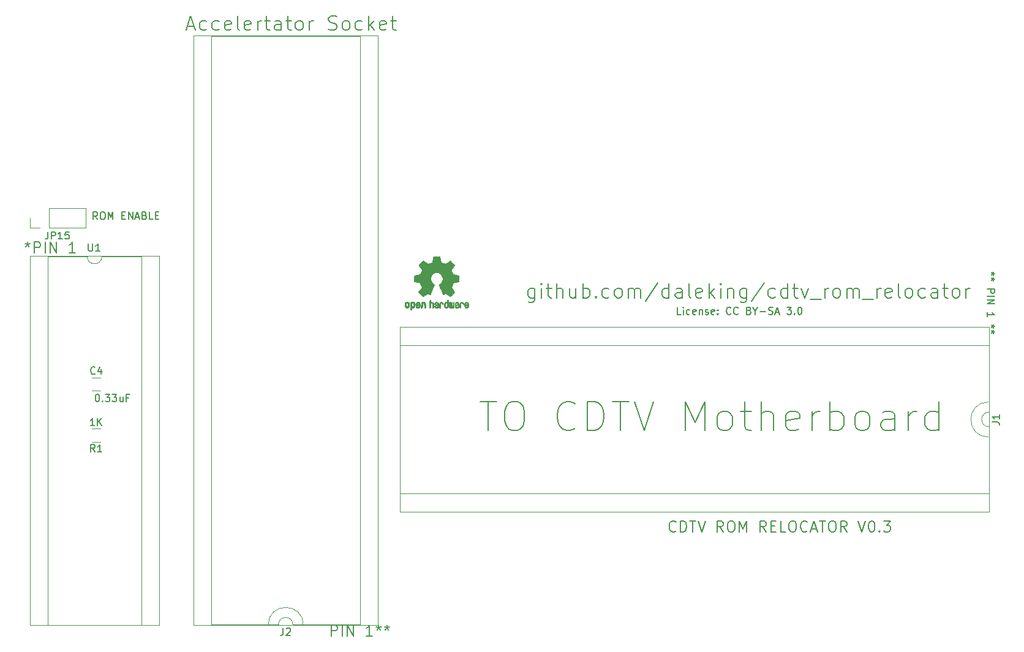
<source format=gto>
G04 #@! TF.GenerationSoftware,KiCad,Pcbnew,(5.1.5)-3*
G04 #@! TF.CreationDate,2021-09-12T14:11:04+10:00*
G04 #@! TF.ProjectId,CDTV_Reromlocator_v3,43445456-5f52-4657-926f-6d6c6f636174,rev?*
G04 #@! TF.SameCoordinates,Original*
G04 #@! TF.FileFunction,Legend,Top*
G04 #@! TF.FilePolarity,Positive*
%FSLAX46Y46*%
G04 Gerber Fmt 4.6, Leading zero omitted, Abs format (unit mm)*
G04 Created by KiCad (PCBNEW (5.1.5)-3) date 2021-09-12 14:11:04*
%MOMM*%
%LPD*%
G04 APERTURE LIST*
%ADD10C,0.150000*%
%ADD11C,0.120000*%
%ADD12C,0.010000*%
%ADD13R,1.702000X1.702000*%
%ADD14O,1.702000X1.702000*%
%ADD15C,0.100000*%
%ADD16R,1.802000X1.802000*%
%ADD17O,1.802000X1.802000*%
G04 APERTURE END LIST*
D10*
X140874761Y-111202380D02*
X140398571Y-111202380D01*
X140398571Y-110202380D01*
X141208095Y-111202380D02*
X141208095Y-110535714D01*
X141208095Y-110202380D02*
X141160476Y-110250000D01*
X141208095Y-110297619D01*
X141255714Y-110250000D01*
X141208095Y-110202380D01*
X141208095Y-110297619D01*
X142112857Y-111154761D02*
X142017619Y-111202380D01*
X141827142Y-111202380D01*
X141731904Y-111154761D01*
X141684285Y-111107142D01*
X141636666Y-111011904D01*
X141636666Y-110726190D01*
X141684285Y-110630952D01*
X141731904Y-110583333D01*
X141827142Y-110535714D01*
X142017619Y-110535714D01*
X142112857Y-110583333D01*
X142922380Y-111154761D02*
X142827142Y-111202380D01*
X142636666Y-111202380D01*
X142541428Y-111154761D01*
X142493809Y-111059523D01*
X142493809Y-110678571D01*
X142541428Y-110583333D01*
X142636666Y-110535714D01*
X142827142Y-110535714D01*
X142922380Y-110583333D01*
X142970000Y-110678571D01*
X142970000Y-110773809D01*
X142493809Y-110869047D01*
X143398571Y-110535714D02*
X143398571Y-111202380D01*
X143398571Y-110630952D02*
X143446190Y-110583333D01*
X143541428Y-110535714D01*
X143684285Y-110535714D01*
X143779523Y-110583333D01*
X143827142Y-110678571D01*
X143827142Y-111202380D01*
X144255714Y-111154761D02*
X144350952Y-111202380D01*
X144541428Y-111202380D01*
X144636666Y-111154761D01*
X144684285Y-111059523D01*
X144684285Y-111011904D01*
X144636666Y-110916666D01*
X144541428Y-110869047D01*
X144398571Y-110869047D01*
X144303333Y-110821428D01*
X144255714Y-110726190D01*
X144255714Y-110678571D01*
X144303333Y-110583333D01*
X144398571Y-110535714D01*
X144541428Y-110535714D01*
X144636666Y-110583333D01*
X145493809Y-111154761D02*
X145398571Y-111202380D01*
X145208095Y-111202380D01*
X145112857Y-111154761D01*
X145065238Y-111059523D01*
X145065238Y-110678571D01*
X145112857Y-110583333D01*
X145208095Y-110535714D01*
X145398571Y-110535714D01*
X145493809Y-110583333D01*
X145541428Y-110678571D01*
X145541428Y-110773809D01*
X145065238Y-110869047D01*
X145970000Y-111107142D02*
X146017619Y-111154761D01*
X145970000Y-111202380D01*
X145922380Y-111154761D01*
X145970000Y-111107142D01*
X145970000Y-111202380D01*
X145970000Y-110583333D02*
X146017619Y-110630952D01*
X145970000Y-110678571D01*
X145922380Y-110630952D01*
X145970000Y-110583333D01*
X145970000Y-110678571D01*
X147779523Y-111107142D02*
X147731904Y-111154761D01*
X147589047Y-111202380D01*
X147493809Y-111202380D01*
X147350952Y-111154761D01*
X147255714Y-111059523D01*
X147208095Y-110964285D01*
X147160476Y-110773809D01*
X147160476Y-110630952D01*
X147208095Y-110440476D01*
X147255714Y-110345238D01*
X147350952Y-110250000D01*
X147493809Y-110202380D01*
X147589047Y-110202380D01*
X147731904Y-110250000D01*
X147779523Y-110297619D01*
X148779523Y-111107142D02*
X148731904Y-111154761D01*
X148589047Y-111202380D01*
X148493809Y-111202380D01*
X148350952Y-111154761D01*
X148255714Y-111059523D01*
X148208095Y-110964285D01*
X148160476Y-110773809D01*
X148160476Y-110630952D01*
X148208095Y-110440476D01*
X148255714Y-110345238D01*
X148350952Y-110250000D01*
X148493809Y-110202380D01*
X148589047Y-110202380D01*
X148731904Y-110250000D01*
X148779523Y-110297619D01*
X150303333Y-110678571D02*
X150446190Y-110726190D01*
X150493809Y-110773809D01*
X150541428Y-110869047D01*
X150541428Y-111011904D01*
X150493809Y-111107142D01*
X150446190Y-111154761D01*
X150350952Y-111202380D01*
X149970000Y-111202380D01*
X149970000Y-110202380D01*
X150303333Y-110202380D01*
X150398571Y-110250000D01*
X150446190Y-110297619D01*
X150493809Y-110392857D01*
X150493809Y-110488095D01*
X150446190Y-110583333D01*
X150398571Y-110630952D01*
X150303333Y-110678571D01*
X149970000Y-110678571D01*
X151160476Y-110726190D02*
X151160476Y-111202380D01*
X150827142Y-110202380D02*
X151160476Y-110726190D01*
X151493809Y-110202380D01*
X151827142Y-110821428D02*
X152589047Y-110821428D01*
X153017619Y-111154761D02*
X153160476Y-111202380D01*
X153398571Y-111202380D01*
X153493809Y-111154761D01*
X153541428Y-111107142D01*
X153589047Y-111011904D01*
X153589047Y-110916666D01*
X153541428Y-110821428D01*
X153493809Y-110773809D01*
X153398571Y-110726190D01*
X153208095Y-110678571D01*
X153112857Y-110630952D01*
X153065238Y-110583333D01*
X153017619Y-110488095D01*
X153017619Y-110392857D01*
X153065238Y-110297619D01*
X153112857Y-110250000D01*
X153208095Y-110202380D01*
X153446190Y-110202380D01*
X153589047Y-110250000D01*
X153970000Y-110916666D02*
X154446190Y-110916666D01*
X153874761Y-111202380D02*
X154208095Y-110202380D01*
X154541428Y-111202380D01*
X155541428Y-110202380D02*
X156160476Y-110202380D01*
X155827142Y-110583333D01*
X155970000Y-110583333D01*
X156065238Y-110630952D01*
X156112857Y-110678571D01*
X156160476Y-110773809D01*
X156160476Y-111011904D01*
X156112857Y-111107142D01*
X156065238Y-111154761D01*
X155970000Y-111202380D01*
X155684285Y-111202380D01*
X155589047Y-111154761D01*
X155541428Y-111107142D01*
X156589047Y-111107142D02*
X156636666Y-111154761D01*
X156589047Y-111202380D01*
X156541428Y-111154761D01*
X156589047Y-111107142D01*
X156589047Y-111202380D01*
X157255714Y-110202380D02*
X157350952Y-110202380D01*
X157446190Y-110250000D01*
X157493809Y-110297619D01*
X157541428Y-110392857D01*
X157589047Y-110583333D01*
X157589047Y-110821428D01*
X157541428Y-111011904D01*
X157493809Y-111107142D01*
X157446190Y-111154761D01*
X157350952Y-111202380D01*
X157255714Y-111202380D01*
X157160476Y-111154761D01*
X157112857Y-111107142D01*
X157065238Y-111011904D01*
X157017619Y-110821428D01*
X157017619Y-110583333D01*
X157065238Y-110392857D01*
X157112857Y-110297619D01*
X157160476Y-110250000D01*
X157255714Y-110202380D01*
D11*
X183390000Y-128170000D02*
G75*
G02X183390000Y-123310000I0J2430000D01*
G01*
X83810000Y-154160000D02*
G75*
G02X88670000Y-154160000I2430000J0D01*
G01*
D10*
X120646190Y-107581428D02*
X120646190Y-109200476D01*
X120550952Y-109390952D01*
X120455714Y-109486190D01*
X120265238Y-109581428D01*
X119979523Y-109581428D01*
X119789047Y-109486190D01*
X120646190Y-108819523D02*
X120455714Y-108914761D01*
X120074761Y-108914761D01*
X119884285Y-108819523D01*
X119789047Y-108724285D01*
X119693809Y-108533809D01*
X119693809Y-107962380D01*
X119789047Y-107771904D01*
X119884285Y-107676666D01*
X120074761Y-107581428D01*
X120455714Y-107581428D01*
X120646190Y-107676666D01*
X121598571Y-108914761D02*
X121598571Y-107581428D01*
X121598571Y-106914761D02*
X121503333Y-107010000D01*
X121598571Y-107105238D01*
X121693809Y-107010000D01*
X121598571Y-106914761D01*
X121598571Y-107105238D01*
X122265238Y-107581428D02*
X123027142Y-107581428D01*
X122550952Y-106914761D02*
X122550952Y-108629047D01*
X122646190Y-108819523D01*
X122836666Y-108914761D01*
X123027142Y-108914761D01*
X123693809Y-108914761D02*
X123693809Y-106914761D01*
X124550952Y-108914761D02*
X124550952Y-107867142D01*
X124455714Y-107676666D01*
X124265238Y-107581428D01*
X123979523Y-107581428D01*
X123789047Y-107676666D01*
X123693809Y-107771904D01*
X126360476Y-107581428D02*
X126360476Y-108914761D01*
X125503333Y-107581428D02*
X125503333Y-108629047D01*
X125598571Y-108819523D01*
X125789047Y-108914761D01*
X126074761Y-108914761D01*
X126265238Y-108819523D01*
X126360476Y-108724285D01*
X127312857Y-108914761D02*
X127312857Y-106914761D01*
X127312857Y-107676666D02*
X127503333Y-107581428D01*
X127884285Y-107581428D01*
X128074761Y-107676666D01*
X128169999Y-107771904D01*
X128265238Y-107962380D01*
X128265238Y-108533809D01*
X128169999Y-108724285D01*
X128074761Y-108819523D01*
X127884285Y-108914761D01*
X127503333Y-108914761D01*
X127312857Y-108819523D01*
X129122380Y-108724285D02*
X129217619Y-108819523D01*
X129122380Y-108914761D01*
X129027142Y-108819523D01*
X129122380Y-108724285D01*
X129122380Y-108914761D01*
X130931904Y-108819523D02*
X130741428Y-108914761D01*
X130360476Y-108914761D01*
X130169999Y-108819523D01*
X130074761Y-108724285D01*
X129979523Y-108533809D01*
X129979523Y-107962380D01*
X130074761Y-107771904D01*
X130169999Y-107676666D01*
X130360476Y-107581428D01*
X130741428Y-107581428D01*
X130931904Y-107676666D01*
X132074761Y-108914761D02*
X131884285Y-108819523D01*
X131789047Y-108724285D01*
X131693809Y-108533809D01*
X131693809Y-107962380D01*
X131789047Y-107771904D01*
X131884285Y-107676666D01*
X132074761Y-107581428D01*
X132360476Y-107581428D01*
X132550952Y-107676666D01*
X132646190Y-107771904D01*
X132741428Y-107962380D01*
X132741428Y-108533809D01*
X132646190Y-108724285D01*
X132550952Y-108819523D01*
X132360476Y-108914761D01*
X132074761Y-108914761D01*
X133598571Y-108914761D02*
X133598571Y-107581428D01*
X133598571Y-107771904D02*
X133693809Y-107676666D01*
X133884285Y-107581428D01*
X134169999Y-107581428D01*
X134360476Y-107676666D01*
X134455714Y-107867142D01*
X134455714Y-108914761D01*
X134455714Y-107867142D02*
X134550952Y-107676666D01*
X134741428Y-107581428D01*
X135027142Y-107581428D01*
X135217619Y-107676666D01*
X135312857Y-107867142D01*
X135312857Y-108914761D01*
X137693809Y-106819523D02*
X135979523Y-109390952D01*
X139217619Y-108914761D02*
X139217619Y-106914761D01*
X139217619Y-108819523D02*
X139027142Y-108914761D01*
X138646190Y-108914761D01*
X138455714Y-108819523D01*
X138360476Y-108724285D01*
X138265238Y-108533809D01*
X138265238Y-107962380D01*
X138360476Y-107771904D01*
X138455714Y-107676666D01*
X138646190Y-107581428D01*
X139027142Y-107581428D01*
X139217619Y-107676666D01*
X141027142Y-108914761D02*
X141027142Y-107867142D01*
X140931904Y-107676666D01*
X140741428Y-107581428D01*
X140360476Y-107581428D01*
X140170000Y-107676666D01*
X141027142Y-108819523D02*
X140836666Y-108914761D01*
X140360476Y-108914761D01*
X140170000Y-108819523D01*
X140074761Y-108629047D01*
X140074761Y-108438571D01*
X140170000Y-108248095D01*
X140360476Y-108152857D01*
X140836666Y-108152857D01*
X141027142Y-108057619D01*
X142265238Y-108914761D02*
X142074761Y-108819523D01*
X141979523Y-108629047D01*
X141979523Y-106914761D01*
X143789047Y-108819523D02*
X143598571Y-108914761D01*
X143217619Y-108914761D01*
X143027142Y-108819523D01*
X142931904Y-108629047D01*
X142931904Y-107867142D01*
X143027142Y-107676666D01*
X143217619Y-107581428D01*
X143598571Y-107581428D01*
X143789047Y-107676666D01*
X143884285Y-107867142D01*
X143884285Y-108057619D01*
X142931904Y-108248095D01*
X144741428Y-108914761D02*
X144741428Y-106914761D01*
X144931904Y-108152857D02*
X145503333Y-108914761D01*
X145503333Y-107581428D02*
X144741428Y-108343333D01*
X146360476Y-108914761D02*
X146360476Y-107581428D01*
X146360476Y-106914761D02*
X146265238Y-107010000D01*
X146360476Y-107105238D01*
X146455714Y-107010000D01*
X146360476Y-106914761D01*
X146360476Y-107105238D01*
X147312857Y-107581428D02*
X147312857Y-108914761D01*
X147312857Y-107771904D02*
X147408095Y-107676666D01*
X147598571Y-107581428D01*
X147884285Y-107581428D01*
X148074761Y-107676666D01*
X148170000Y-107867142D01*
X148170000Y-108914761D01*
X149979523Y-107581428D02*
X149979523Y-109200476D01*
X149884285Y-109390952D01*
X149789047Y-109486190D01*
X149598571Y-109581428D01*
X149312857Y-109581428D01*
X149122380Y-109486190D01*
X149979523Y-108819523D02*
X149789047Y-108914761D01*
X149408095Y-108914761D01*
X149217619Y-108819523D01*
X149122380Y-108724285D01*
X149027142Y-108533809D01*
X149027142Y-107962380D01*
X149122380Y-107771904D01*
X149217619Y-107676666D01*
X149408095Y-107581428D01*
X149789047Y-107581428D01*
X149979523Y-107676666D01*
X152360476Y-106819523D02*
X150646190Y-109390952D01*
X153884285Y-108819523D02*
X153693809Y-108914761D01*
X153312857Y-108914761D01*
X153122380Y-108819523D01*
X153027142Y-108724285D01*
X152931904Y-108533809D01*
X152931904Y-107962380D01*
X153027142Y-107771904D01*
X153122380Y-107676666D01*
X153312857Y-107581428D01*
X153693809Y-107581428D01*
X153884285Y-107676666D01*
X155598571Y-108914761D02*
X155598571Y-106914761D01*
X155598571Y-108819523D02*
X155408095Y-108914761D01*
X155027142Y-108914761D01*
X154836666Y-108819523D01*
X154741428Y-108724285D01*
X154646190Y-108533809D01*
X154646190Y-107962380D01*
X154741428Y-107771904D01*
X154836666Y-107676666D01*
X155027142Y-107581428D01*
X155408095Y-107581428D01*
X155598571Y-107676666D01*
X156265238Y-107581428D02*
X157027142Y-107581428D01*
X156550952Y-106914761D02*
X156550952Y-108629047D01*
X156646190Y-108819523D01*
X156836666Y-108914761D01*
X157027142Y-108914761D01*
X157503333Y-107581428D02*
X157979523Y-108914761D01*
X158455714Y-107581428D01*
X158741428Y-109105238D02*
X160265238Y-109105238D01*
X160741428Y-108914761D02*
X160741428Y-107581428D01*
X160741428Y-107962380D02*
X160836666Y-107771904D01*
X160931904Y-107676666D01*
X161122380Y-107581428D01*
X161312857Y-107581428D01*
X162265238Y-108914761D02*
X162074761Y-108819523D01*
X161979523Y-108724285D01*
X161884285Y-108533809D01*
X161884285Y-107962380D01*
X161979523Y-107771904D01*
X162074761Y-107676666D01*
X162265238Y-107581428D01*
X162550952Y-107581428D01*
X162741428Y-107676666D01*
X162836666Y-107771904D01*
X162931904Y-107962380D01*
X162931904Y-108533809D01*
X162836666Y-108724285D01*
X162741428Y-108819523D01*
X162550952Y-108914761D01*
X162265238Y-108914761D01*
X163789047Y-108914761D02*
X163789047Y-107581428D01*
X163789047Y-107771904D02*
X163884285Y-107676666D01*
X164074761Y-107581428D01*
X164360476Y-107581428D01*
X164550952Y-107676666D01*
X164646190Y-107867142D01*
X164646190Y-108914761D01*
X164646190Y-107867142D02*
X164741428Y-107676666D01*
X164931904Y-107581428D01*
X165217619Y-107581428D01*
X165408095Y-107676666D01*
X165503333Y-107867142D01*
X165503333Y-108914761D01*
X165979523Y-109105238D02*
X167503333Y-109105238D01*
X167979523Y-108914761D02*
X167979523Y-107581428D01*
X167979523Y-107962380D02*
X168074761Y-107771904D01*
X168169999Y-107676666D01*
X168360476Y-107581428D01*
X168550952Y-107581428D01*
X169979523Y-108819523D02*
X169789047Y-108914761D01*
X169408095Y-108914761D01*
X169217619Y-108819523D01*
X169122380Y-108629047D01*
X169122380Y-107867142D01*
X169217619Y-107676666D01*
X169408095Y-107581428D01*
X169789047Y-107581428D01*
X169979523Y-107676666D01*
X170074761Y-107867142D01*
X170074761Y-108057619D01*
X169122380Y-108248095D01*
X171217619Y-108914761D02*
X171027142Y-108819523D01*
X170931904Y-108629047D01*
X170931904Y-106914761D01*
X172265238Y-108914761D02*
X172074761Y-108819523D01*
X171979523Y-108724285D01*
X171884285Y-108533809D01*
X171884285Y-107962380D01*
X171979523Y-107771904D01*
X172074761Y-107676666D01*
X172265238Y-107581428D01*
X172550952Y-107581428D01*
X172741428Y-107676666D01*
X172836666Y-107771904D01*
X172931904Y-107962380D01*
X172931904Y-108533809D01*
X172836666Y-108724285D01*
X172741428Y-108819523D01*
X172550952Y-108914761D01*
X172265238Y-108914761D01*
X174646190Y-108819523D02*
X174455714Y-108914761D01*
X174074761Y-108914761D01*
X173884285Y-108819523D01*
X173789047Y-108724285D01*
X173693809Y-108533809D01*
X173693809Y-107962380D01*
X173789047Y-107771904D01*
X173884285Y-107676666D01*
X174074761Y-107581428D01*
X174455714Y-107581428D01*
X174646190Y-107676666D01*
X176360476Y-108914761D02*
X176360476Y-107867142D01*
X176265238Y-107676666D01*
X176074761Y-107581428D01*
X175693809Y-107581428D01*
X175503333Y-107676666D01*
X176360476Y-108819523D02*
X176169999Y-108914761D01*
X175693809Y-108914761D01*
X175503333Y-108819523D01*
X175408095Y-108629047D01*
X175408095Y-108438571D01*
X175503333Y-108248095D01*
X175693809Y-108152857D01*
X176169999Y-108152857D01*
X176360476Y-108057619D01*
X177027142Y-107581428D02*
X177789047Y-107581428D01*
X177312857Y-106914761D02*
X177312857Y-108629047D01*
X177408095Y-108819523D01*
X177598571Y-108914761D01*
X177789047Y-108914761D01*
X178741428Y-108914761D02*
X178550952Y-108819523D01*
X178455714Y-108724285D01*
X178360476Y-108533809D01*
X178360476Y-107962380D01*
X178455714Y-107771904D01*
X178550952Y-107676666D01*
X178741428Y-107581428D01*
X179027142Y-107581428D01*
X179217619Y-107676666D01*
X179312857Y-107771904D01*
X179408095Y-107962380D01*
X179408095Y-108533809D01*
X179312857Y-108724285D01*
X179217619Y-108819523D01*
X179027142Y-108914761D01*
X178741428Y-108914761D01*
X180265238Y-108914761D02*
X180265238Y-107581428D01*
X180265238Y-107962380D02*
X180360476Y-107771904D01*
X180455714Y-107676666D01*
X180646190Y-107581428D01*
X180836666Y-107581428D01*
X140172857Y-141125714D02*
X140101428Y-141197142D01*
X139887142Y-141268571D01*
X139744285Y-141268571D01*
X139530000Y-141197142D01*
X139387142Y-141054285D01*
X139315714Y-140911428D01*
X139244285Y-140625714D01*
X139244285Y-140411428D01*
X139315714Y-140125714D01*
X139387142Y-139982857D01*
X139530000Y-139840000D01*
X139744285Y-139768571D01*
X139887142Y-139768571D01*
X140101428Y-139840000D01*
X140172857Y-139911428D01*
X140815714Y-141268571D02*
X140815714Y-139768571D01*
X141172857Y-139768571D01*
X141387142Y-139840000D01*
X141530000Y-139982857D01*
X141601428Y-140125714D01*
X141672857Y-140411428D01*
X141672857Y-140625714D01*
X141601428Y-140911428D01*
X141530000Y-141054285D01*
X141387142Y-141197142D01*
X141172857Y-141268571D01*
X140815714Y-141268571D01*
X142101428Y-139768571D02*
X142958571Y-139768571D01*
X142530000Y-141268571D02*
X142530000Y-139768571D01*
X143244285Y-139768571D02*
X143744285Y-141268571D01*
X144244285Y-139768571D01*
X146744285Y-141268571D02*
X146244285Y-140554285D01*
X145887142Y-141268571D02*
X145887142Y-139768571D01*
X146458571Y-139768571D01*
X146601428Y-139840000D01*
X146672857Y-139911428D01*
X146744285Y-140054285D01*
X146744285Y-140268571D01*
X146672857Y-140411428D01*
X146601428Y-140482857D01*
X146458571Y-140554285D01*
X145887142Y-140554285D01*
X147672857Y-139768571D02*
X147958571Y-139768571D01*
X148101428Y-139840000D01*
X148244285Y-139982857D01*
X148315714Y-140268571D01*
X148315714Y-140768571D01*
X148244285Y-141054285D01*
X148101428Y-141197142D01*
X147958571Y-141268571D01*
X147672857Y-141268571D01*
X147530000Y-141197142D01*
X147387142Y-141054285D01*
X147315714Y-140768571D01*
X147315714Y-140268571D01*
X147387142Y-139982857D01*
X147530000Y-139840000D01*
X147672857Y-139768571D01*
X148958571Y-141268571D02*
X148958571Y-139768571D01*
X149458571Y-140840000D01*
X149958571Y-139768571D01*
X149958571Y-141268571D01*
X152672857Y-141268571D02*
X152172857Y-140554285D01*
X151815714Y-141268571D02*
X151815714Y-139768571D01*
X152387142Y-139768571D01*
X152530000Y-139840000D01*
X152601428Y-139911428D01*
X152672857Y-140054285D01*
X152672857Y-140268571D01*
X152601428Y-140411428D01*
X152530000Y-140482857D01*
X152387142Y-140554285D01*
X151815714Y-140554285D01*
X153315714Y-140482857D02*
X153815714Y-140482857D01*
X154030000Y-141268571D02*
X153315714Y-141268571D01*
X153315714Y-139768571D01*
X154030000Y-139768571D01*
X155387142Y-141268571D02*
X154672857Y-141268571D01*
X154672857Y-139768571D01*
X156172857Y-139768571D02*
X156458571Y-139768571D01*
X156601428Y-139840000D01*
X156744285Y-139982857D01*
X156815714Y-140268571D01*
X156815714Y-140768571D01*
X156744285Y-141054285D01*
X156601428Y-141197142D01*
X156458571Y-141268571D01*
X156172857Y-141268571D01*
X156030000Y-141197142D01*
X155887142Y-141054285D01*
X155815714Y-140768571D01*
X155815714Y-140268571D01*
X155887142Y-139982857D01*
X156030000Y-139840000D01*
X156172857Y-139768571D01*
X158315714Y-141125714D02*
X158244285Y-141197142D01*
X158030000Y-141268571D01*
X157887142Y-141268571D01*
X157672857Y-141197142D01*
X157530000Y-141054285D01*
X157458571Y-140911428D01*
X157387142Y-140625714D01*
X157387142Y-140411428D01*
X157458571Y-140125714D01*
X157530000Y-139982857D01*
X157672857Y-139840000D01*
X157887142Y-139768571D01*
X158030000Y-139768571D01*
X158244285Y-139840000D01*
X158315714Y-139911428D01*
X158887142Y-140840000D02*
X159601428Y-140840000D01*
X158744285Y-141268571D02*
X159244285Y-139768571D01*
X159744285Y-141268571D01*
X160030000Y-139768571D02*
X160887142Y-139768571D01*
X160458571Y-141268571D02*
X160458571Y-139768571D01*
X161672857Y-139768571D02*
X161958571Y-139768571D01*
X162101428Y-139840000D01*
X162244285Y-139982857D01*
X162315714Y-140268571D01*
X162315714Y-140768571D01*
X162244285Y-141054285D01*
X162101428Y-141197142D01*
X161958571Y-141268571D01*
X161672857Y-141268571D01*
X161530000Y-141197142D01*
X161387142Y-141054285D01*
X161315714Y-140768571D01*
X161315714Y-140268571D01*
X161387142Y-139982857D01*
X161530000Y-139840000D01*
X161672857Y-139768571D01*
X163815714Y-141268571D02*
X163315714Y-140554285D01*
X162958571Y-141268571D02*
X162958571Y-139768571D01*
X163530000Y-139768571D01*
X163672857Y-139840000D01*
X163744285Y-139911428D01*
X163815714Y-140054285D01*
X163815714Y-140268571D01*
X163744285Y-140411428D01*
X163672857Y-140482857D01*
X163530000Y-140554285D01*
X162958571Y-140554285D01*
X165387142Y-139768571D02*
X165887142Y-141268571D01*
X166387142Y-139768571D01*
X167172857Y-139768571D02*
X167315714Y-139768571D01*
X167458571Y-139840000D01*
X167530000Y-139911428D01*
X167601428Y-140054285D01*
X167672857Y-140340000D01*
X167672857Y-140697142D01*
X167601428Y-140982857D01*
X167530000Y-141125714D01*
X167458571Y-141197142D01*
X167315714Y-141268571D01*
X167172857Y-141268571D01*
X167030000Y-141197142D01*
X166958571Y-141125714D01*
X166887142Y-140982857D01*
X166815714Y-140697142D01*
X166815714Y-140340000D01*
X166887142Y-140054285D01*
X166958571Y-139911428D01*
X167030000Y-139840000D01*
X167172857Y-139768571D01*
X168315714Y-141125714D02*
X168387142Y-141197142D01*
X168315714Y-141268571D01*
X168244285Y-141197142D01*
X168315714Y-141125714D01*
X168315714Y-141268571D01*
X168887142Y-139768571D02*
X169815714Y-139768571D01*
X169315714Y-140340000D01*
X169530000Y-140340000D01*
X169672857Y-140411428D01*
X169744285Y-140482857D01*
X169815714Y-140625714D01*
X169815714Y-140982857D01*
X169744285Y-141125714D01*
X169672857Y-141197142D01*
X169530000Y-141268571D01*
X169101428Y-141268571D01*
X168958571Y-141197142D01*
X168887142Y-141125714D01*
X113100000Y-123259523D02*
X115385714Y-123259523D01*
X114242857Y-127259523D02*
X114242857Y-123259523D01*
X117480952Y-123259523D02*
X118242857Y-123259523D01*
X118623809Y-123450000D01*
X119004761Y-123830952D01*
X119195238Y-124592857D01*
X119195238Y-125926190D01*
X119004761Y-126688095D01*
X118623809Y-127069047D01*
X118242857Y-127259523D01*
X117480952Y-127259523D01*
X117100000Y-127069047D01*
X116719047Y-126688095D01*
X116528571Y-125926190D01*
X116528571Y-124592857D01*
X116719047Y-123830952D01*
X117100000Y-123450000D01*
X117480952Y-123259523D01*
X126242857Y-126878571D02*
X126052380Y-127069047D01*
X125480952Y-127259523D01*
X125099999Y-127259523D01*
X124528571Y-127069047D01*
X124147619Y-126688095D01*
X123957142Y-126307142D01*
X123766666Y-125545238D01*
X123766666Y-124973809D01*
X123957142Y-124211904D01*
X124147619Y-123830952D01*
X124528571Y-123450000D01*
X125099999Y-123259523D01*
X125480952Y-123259523D01*
X126052380Y-123450000D01*
X126242857Y-123640476D01*
X127957142Y-127259523D02*
X127957142Y-123259523D01*
X128909523Y-123259523D01*
X129480952Y-123450000D01*
X129861904Y-123830952D01*
X130052380Y-124211904D01*
X130242857Y-124973809D01*
X130242857Y-125545238D01*
X130052380Y-126307142D01*
X129861904Y-126688095D01*
X129480952Y-127069047D01*
X128909523Y-127259523D01*
X127957142Y-127259523D01*
X131385714Y-123259523D02*
X133671428Y-123259523D01*
X132528571Y-127259523D02*
X132528571Y-123259523D01*
X134433333Y-123259523D02*
X135766666Y-127259523D01*
X137100000Y-123259523D01*
X141480952Y-127259523D02*
X141480952Y-123259523D01*
X142814285Y-126116666D01*
X144147619Y-123259523D01*
X144147619Y-127259523D01*
X146623809Y-127259523D02*
X146242857Y-127069047D01*
X146052380Y-126878571D01*
X145861904Y-126497619D01*
X145861904Y-125354761D01*
X146052380Y-124973809D01*
X146242857Y-124783333D01*
X146623809Y-124592857D01*
X147195238Y-124592857D01*
X147576190Y-124783333D01*
X147766666Y-124973809D01*
X147957142Y-125354761D01*
X147957142Y-126497619D01*
X147766666Y-126878571D01*
X147576190Y-127069047D01*
X147195238Y-127259523D01*
X146623809Y-127259523D01*
X149100000Y-124592857D02*
X150623809Y-124592857D01*
X149671428Y-123259523D02*
X149671428Y-126688095D01*
X149861904Y-127069047D01*
X150242857Y-127259523D01*
X150623809Y-127259523D01*
X151957142Y-127259523D02*
X151957142Y-123259523D01*
X153671428Y-127259523D02*
X153671428Y-125164285D01*
X153480952Y-124783333D01*
X153100000Y-124592857D01*
X152528571Y-124592857D01*
X152147619Y-124783333D01*
X151957142Y-124973809D01*
X157100000Y-127069047D02*
X156719047Y-127259523D01*
X155957142Y-127259523D01*
X155576190Y-127069047D01*
X155385714Y-126688095D01*
X155385714Y-125164285D01*
X155576190Y-124783333D01*
X155957142Y-124592857D01*
X156719047Y-124592857D01*
X157100000Y-124783333D01*
X157290476Y-125164285D01*
X157290476Y-125545238D01*
X155385714Y-125926190D01*
X159004761Y-127259523D02*
X159004761Y-124592857D01*
X159004761Y-125354761D02*
X159195238Y-124973809D01*
X159385714Y-124783333D01*
X159766666Y-124592857D01*
X160147619Y-124592857D01*
X161480952Y-127259523D02*
X161480952Y-123259523D01*
X161480952Y-124783333D02*
X161861904Y-124592857D01*
X162623809Y-124592857D01*
X163004761Y-124783333D01*
X163195238Y-124973809D01*
X163385714Y-125354761D01*
X163385714Y-126497619D01*
X163195238Y-126878571D01*
X163004761Y-127069047D01*
X162623809Y-127259523D01*
X161861904Y-127259523D01*
X161480952Y-127069047D01*
X165671428Y-127259523D02*
X165290476Y-127069047D01*
X165100000Y-126878571D01*
X164909523Y-126497619D01*
X164909523Y-125354761D01*
X165100000Y-124973809D01*
X165290476Y-124783333D01*
X165671428Y-124592857D01*
X166242857Y-124592857D01*
X166623809Y-124783333D01*
X166814285Y-124973809D01*
X167004761Y-125354761D01*
X167004761Y-126497619D01*
X166814285Y-126878571D01*
X166623809Y-127069047D01*
X166242857Y-127259523D01*
X165671428Y-127259523D01*
X170433333Y-127259523D02*
X170433333Y-125164285D01*
X170242857Y-124783333D01*
X169861904Y-124592857D01*
X169100000Y-124592857D01*
X168719047Y-124783333D01*
X170433333Y-127069047D02*
X170052380Y-127259523D01*
X169100000Y-127259523D01*
X168719047Y-127069047D01*
X168528571Y-126688095D01*
X168528571Y-126307142D01*
X168719047Y-125926190D01*
X169100000Y-125735714D01*
X170052380Y-125735714D01*
X170433333Y-125545238D01*
X172338095Y-127259523D02*
X172338095Y-124592857D01*
X172338095Y-125354761D02*
X172528571Y-124973809D01*
X172719047Y-124783333D01*
X173100000Y-124592857D01*
X173480952Y-124592857D01*
X176528571Y-127259523D02*
X176528571Y-123259523D01*
X176528571Y-127069047D02*
X176147619Y-127259523D01*
X175385714Y-127259523D01*
X175004761Y-127069047D01*
X174814285Y-126878571D01*
X174623809Y-126497619D01*
X174623809Y-125354761D01*
X174814285Y-124973809D01*
X175004761Y-124783333D01*
X175385714Y-124592857D01*
X176147619Y-124592857D01*
X176528571Y-124783333D01*
X72626666Y-71323333D02*
X73579047Y-71323333D01*
X72436190Y-71894761D02*
X73102857Y-69894761D01*
X73769523Y-71894761D01*
X75293333Y-71799523D02*
X75102857Y-71894761D01*
X74721904Y-71894761D01*
X74531428Y-71799523D01*
X74436190Y-71704285D01*
X74340952Y-71513809D01*
X74340952Y-70942380D01*
X74436190Y-70751904D01*
X74531428Y-70656666D01*
X74721904Y-70561428D01*
X75102857Y-70561428D01*
X75293333Y-70656666D01*
X77007619Y-71799523D02*
X76817142Y-71894761D01*
X76436190Y-71894761D01*
X76245714Y-71799523D01*
X76150476Y-71704285D01*
X76055238Y-71513809D01*
X76055238Y-70942380D01*
X76150476Y-70751904D01*
X76245714Y-70656666D01*
X76436190Y-70561428D01*
X76817142Y-70561428D01*
X77007619Y-70656666D01*
X78626666Y-71799523D02*
X78436190Y-71894761D01*
X78055238Y-71894761D01*
X77864761Y-71799523D01*
X77769523Y-71609047D01*
X77769523Y-70847142D01*
X77864761Y-70656666D01*
X78055238Y-70561428D01*
X78436190Y-70561428D01*
X78626666Y-70656666D01*
X78721904Y-70847142D01*
X78721904Y-71037619D01*
X77769523Y-71228095D01*
X79864761Y-71894761D02*
X79674285Y-71799523D01*
X79579047Y-71609047D01*
X79579047Y-69894761D01*
X81388571Y-71799523D02*
X81198095Y-71894761D01*
X80817142Y-71894761D01*
X80626666Y-71799523D01*
X80531428Y-71609047D01*
X80531428Y-70847142D01*
X80626666Y-70656666D01*
X80817142Y-70561428D01*
X81198095Y-70561428D01*
X81388571Y-70656666D01*
X81483809Y-70847142D01*
X81483809Y-71037619D01*
X80531428Y-71228095D01*
X82340952Y-71894761D02*
X82340952Y-70561428D01*
X82340952Y-70942380D02*
X82436190Y-70751904D01*
X82531428Y-70656666D01*
X82721904Y-70561428D01*
X82912380Y-70561428D01*
X83293333Y-70561428D02*
X84055238Y-70561428D01*
X83579047Y-69894761D02*
X83579047Y-71609047D01*
X83674285Y-71799523D01*
X83864761Y-71894761D01*
X84055238Y-71894761D01*
X85579047Y-71894761D02*
X85579047Y-70847142D01*
X85483809Y-70656666D01*
X85293333Y-70561428D01*
X84912380Y-70561428D01*
X84721904Y-70656666D01*
X85579047Y-71799523D02*
X85388571Y-71894761D01*
X84912380Y-71894761D01*
X84721904Y-71799523D01*
X84626666Y-71609047D01*
X84626666Y-71418571D01*
X84721904Y-71228095D01*
X84912380Y-71132857D01*
X85388571Y-71132857D01*
X85579047Y-71037619D01*
X86245714Y-70561428D02*
X87007619Y-70561428D01*
X86531428Y-69894761D02*
X86531428Y-71609047D01*
X86626666Y-71799523D01*
X86817142Y-71894761D01*
X87007619Y-71894761D01*
X87960000Y-71894761D02*
X87769523Y-71799523D01*
X87674285Y-71704285D01*
X87579047Y-71513809D01*
X87579047Y-70942380D01*
X87674285Y-70751904D01*
X87769523Y-70656666D01*
X87960000Y-70561428D01*
X88245714Y-70561428D01*
X88436190Y-70656666D01*
X88531428Y-70751904D01*
X88626666Y-70942380D01*
X88626666Y-71513809D01*
X88531428Y-71704285D01*
X88436190Y-71799523D01*
X88245714Y-71894761D01*
X87960000Y-71894761D01*
X89483809Y-71894761D02*
X89483809Y-70561428D01*
X89483809Y-70942380D02*
X89579047Y-70751904D01*
X89674285Y-70656666D01*
X89864761Y-70561428D01*
X90055238Y-70561428D01*
X92150476Y-71799523D02*
X92436190Y-71894761D01*
X92912380Y-71894761D01*
X93102857Y-71799523D01*
X93198095Y-71704285D01*
X93293333Y-71513809D01*
X93293333Y-71323333D01*
X93198095Y-71132857D01*
X93102857Y-71037619D01*
X92912380Y-70942380D01*
X92531428Y-70847142D01*
X92340952Y-70751904D01*
X92245714Y-70656666D01*
X92150476Y-70466190D01*
X92150476Y-70275714D01*
X92245714Y-70085238D01*
X92340952Y-69990000D01*
X92531428Y-69894761D01*
X93007619Y-69894761D01*
X93293333Y-69990000D01*
X94436190Y-71894761D02*
X94245714Y-71799523D01*
X94150476Y-71704285D01*
X94055238Y-71513809D01*
X94055238Y-70942380D01*
X94150476Y-70751904D01*
X94245714Y-70656666D01*
X94436190Y-70561428D01*
X94721904Y-70561428D01*
X94912380Y-70656666D01*
X95007619Y-70751904D01*
X95102857Y-70942380D01*
X95102857Y-71513809D01*
X95007619Y-71704285D01*
X94912380Y-71799523D01*
X94721904Y-71894761D01*
X94436190Y-71894761D01*
X96817142Y-71799523D02*
X96626666Y-71894761D01*
X96245714Y-71894761D01*
X96055238Y-71799523D01*
X95960000Y-71704285D01*
X95864761Y-71513809D01*
X95864761Y-70942380D01*
X95960000Y-70751904D01*
X96055238Y-70656666D01*
X96245714Y-70561428D01*
X96626666Y-70561428D01*
X96817142Y-70656666D01*
X97674285Y-71894761D02*
X97674285Y-69894761D01*
X97864761Y-71132857D02*
X98436190Y-71894761D01*
X98436190Y-70561428D02*
X97674285Y-71323333D01*
X100055238Y-71799523D02*
X99864761Y-71894761D01*
X99483809Y-71894761D01*
X99293333Y-71799523D01*
X99198095Y-71609047D01*
X99198095Y-70847142D01*
X99293333Y-70656666D01*
X99483809Y-70561428D01*
X99864761Y-70561428D01*
X100055238Y-70656666D01*
X100150476Y-70847142D01*
X100150476Y-71037619D01*
X99198095Y-71228095D01*
X100721904Y-70561428D02*
X101483809Y-70561428D01*
X101007619Y-69894761D02*
X101007619Y-71609047D01*
X101102857Y-71799523D01*
X101293333Y-71894761D01*
X101483809Y-71894761D01*
X184217619Y-105556190D02*
X183979523Y-105556190D01*
X184074761Y-105318095D02*
X183979523Y-105556190D01*
X184074761Y-105794285D01*
X183789047Y-105413333D02*
X183979523Y-105556190D01*
X183789047Y-105699047D01*
X184217619Y-106318095D02*
X183979523Y-106318095D01*
X184074761Y-106080000D02*
X183979523Y-106318095D01*
X184074761Y-106556190D01*
X183789047Y-106175238D02*
X183979523Y-106318095D01*
X183789047Y-106460952D01*
X183217619Y-107699047D02*
X184217619Y-107699047D01*
X184217619Y-108080000D01*
X184170000Y-108175238D01*
X184122380Y-108222857D01*
X184027142Y-108270476D01*
X183884285Y-108270476D01*
X183789047Y-108222857D01*
X183741428Y-108175238D01*
X183693809Y-108080000D01*
X183693809Y-107699047D01*
X183217619Y-108699047D02*
X184217619Y-108699047D01*
X183217619Y-109175238D02*
X184217619Y-109175238D01*
X183217619Y-109746666D01*
X184217619Y-109746666D01*
X183217619Y-111508571D02*
X183217619Y-110937142D01*
X183217619Y-111222857D02*
X184217619Y-111222857D01*
X184074761Y-111127619D01*
X183979523Y-111032380D01*
X183931904Y-110937142D01*
X184217619Y-112841904D02*
X183979523Y-112841904D01*
X184074761Y-112603809D02*
X183979523Y-112841904D01*
X184074761Y-113080000D01*
X183789047Y-112699047D02*
X183979523Y-112841904D01*
X183789047Y-112984761D01*
X184217619Y-113603809D02*
X183979523Y-113603809D01*
X184074761Y-113365714D02*
X183979523Y-113603809D01*
X184074761Y-113841904D01*
X183789047Y-113460952D02*
X183979523Y-113603809D01*
X183789047Y-113746666D01*
X92525714Y-155668571D02*
X92525714Y-154168571D01*
X93097142Y-154168571D01*
X93240000Y-154240000D01*
X93311428Y-154311428D01*
X93382857Y-154454285D01*
X93382857Y-154668571D01*
X93311428Y-154811428D01*
X93240000Y-154882857D01*
X93097142Y-154954285D01*
X92525714Y-154954285D01*
X94025714Y-155668571D02*
X94025714Y-154168571D01*
X94740000Y-155668571D02*
X94740000Y-154168571D01*
X95597142Y-155668571D01*
X95597142Y-154168571D01*
X98240000Y-155668571D02*
X97382857Y-155668571D01*
X97811428Y-155668571D02*
X97811428Y-154168571D01*
X97668571Y-154382857D01*
X97525714Y-154525714D01*
X97382857Y-154597142D01*
X99097142Y-154168571D02*
X99097142Y-154525714D01*
X98740000Y-154382857D02*
X99097142Y-154525714D01*
X99454285Y-154382857D01*
X98882857Y-154811428D02*
X99097142Y-154525714D01*
X99311428Y-154811428D01*
X100240000Y-154168571D02*
X100240000Y-154525714D01*
X99882857Y-154382857D02*
X100240000Y-154525714D01*
X100597142Y-154382857D01*
X100025714Y-154811428D02*
X100240000Y-154525714D01*
X100454285Y-154811428D01*
X60211428Y-98052380D02*
X59878095Y-97576190D01*
X59640000Y-98052380D02*
X59640000Y-97052380D01*
X60020952Y-97052380D01*
X60116190Y-97100000D01*
X60163809Y-97147619D01*
X60211428Y-97242857D01*
X60211428Y-97385714D01*
X60163809Y-97480952D01*
X60116190Y-97528571D01*
X60020952Y-97576190D01*
X59640000Y-97576190D01*
X60830476Y-97052380D02*
X61020952Y-97052380D01*
X61116190Y-97100000D01*
X61211428Y-97195238D01*
X61259047Y-97385714D01*
X61259047Y-97719047D01*
X61211428Y-97909523D01*
X61116190Y-98004761D01*
X61020952Y-98052380D01*
X60830476Y-98052380D01*
X60735238Y-98004761D01*
X60640000Y-97909523D01*
X60592380Y-97719047D01*
X60592380Y-97385714D01*
X60640000Y-97195238D01*
X60735238Y-97100000D01*
X60830476Y-97052380D01*
X61687619Y-98052380D02*
X61687619Y-97052380D01*
X62020952Y-97766666D01*
X62354285Y-97052380D01*
X62354285Y-98052380D01*
X63592380Y-97528571D02*
X63925714Y-97528571D01*
X64068571Y-98052380D02*
X63592380Y-98052380D01*
X63592380Y-97052380D01*
X64068571Y-97052380D01*
X64497142Y-98052380D02*
X64497142Y-97052380D01*
X65068571Y-98052380D01*
X65068571Y-97052380D01*
X65497142Y-97766666D02*
X65973333Y-97766666D01*
X65401904Y-98052380D02*
X65735238Y-97052380D01*
X66068571Y-98052380D01*
X66735238Y-97528571D02*
X66878095Y-97576190D01*
X66925714Y-97623809D01*
X66973333Y-97719047D01*
X66973333Y-97861904D01*
X66925714Y-97957142D01*
X66878095Y-98004761D01*
X66782857Y-98052380D01*
X66401904Y-98052380D01*
X66401904Y-97052380D01*
X66735238Y-97052380D01*
X66830476Y-97100000D01*
X66878095Y-97147619D01*
X66925714Y-97242857D01*
X66925714Y-97338095D01*
X66878095Y-97433333D01*
X66830476Y-97480952D01*
X66735238Y-97528571D01*
X66401904Y-97528571D01*
X67878095Y-98052380D02*
X67401904Y-98052380D01*
X67401904Y-97052380D01*
X68211428Y-97528571D02*
X68544761Y-97528571D01*
X68687619Y-98052380D02*
X68211428Y-98052380D01*
X68211428Y-97052380D01*
X68687619Y-97052380D01*
X50541428Y-101178571D02*
X50541428Y-101535714D01*
X50184285Y-101392857D02*
X50541428Y-101535714D01*
X50898571Y-101392857D01*
X50327142Y-101821428D02*
X50541428Y-101535714D01*
X50755714Y-101821428D01*
X51470000Y-102678571D02*
X51470000Y-101178571D01*
X52041428Y-101178571D01*
X52184285Y-101250000D01*
X52255714Y-101321428D01*
X52327142Y-101464285D01*
X52327142Y-101678571D01*
X52255714Y-101821428D01*
X52184285Y-101892857D01*
X52041428Y-101964285D01*
X51470000Y-101964285D01*
X52970000Y-102678571D02*
X52970000Y-101178571D01*
X53684285Y-102678571D02*
X53684285Y-101178571D01*
X54541428Y-102678571D01*
X54541428Y-101178571D01*
X57184285Y-102678571D02*
X56327142Y-102678571D01*
X56755714Y-102678571D02*
X56755714Y-101178571D01*
X56612857Y-101392857D01*
X56470000Y-101535714D01*
X56327142Y-101607142D01*
D12*
G36*
X107229878Y-103157776D02*
G01*
X107335612Y-103158355D01*
X107412132Y-103159922D01*
X107464372Y-103162972D01*
X107497263Y-103167996D01*
X107515737Y-103175489D01*
X107524727Y-103185944D01*
X107529163Y-103199853D01*
X107529594Y-103201654D01*
X107536333Y-103234145D01*
X107548808Y-103298252D01*
X107565719Y-103387151D01*
X107585771Y-103494019D01*
X107607664Y-103612033D01*
X107608429Y-103616178D01*
X107630359Y-103731831D01*
X107650877Y-103834014D01*
X107668659Y-103916598D01*
X107682381Y-103973456D01*
X107690718Y-103998458D01*
X107691116Y-103998901D01*
X107715677Y-104011110D01*
X107766315Y-104031456D01*
X107832095Y-104055545D01*
X107832461Y-104055674D01*
X107915317Y-104086818D01*
X108013000Y-104126491D01*
X108105077Y-104166381D01*
X108109434Y-104168353D01*
X108259407Y-104236420D01*
X108591498Y-104009639D01*
X108693374Y-103940504D01*
X108785657Y-103878697D01*
X108863003Y-103827733D01*
X108920064Y-103791127D01*
X108951495Y-103772394D01*
X108954479Y-103771004D01*
X108977321Y-103777190D01*
X109019982Y-103807035D01*
X109084128Y-103861947D01*
X109171421Y-103943334D01*
X109260535Y-104029922D01*
X109346441Y-104115247D01*
X109423327Y-104193108D01*
X109486564Y-104258697D01*
X109531523Y-104307205D01*
X109553576Y-104333825D01*
X109554396Y-104335195D01*
X109556834Y-104353463D01*
X109547650Y-104383295D01*
X109524574Y-104428721D01*
X109485337Y-104493770D01*
X109427670Y-104582470D01*
X109350795Y-104696657D01*
X109282570Y-104797162D01*
X109221582Y-104887303D01*
X109171356Y-104961849D01*
X109135416Y-105015565D01*
X109117287Y-105043218D01*
X109116146Y-105045095D01*
X109118359Y-105071590D01*
X109135138Y-105123086D01*
X109163142Y-105189851D01*
X109173122Y-105211172D01*
X109216672Y-105306159D01*
X109263134Y-105413937D01*
X109300877Y-105507192D01*
X109328073Y-105576406D01*
X109349675Y-105629006D01*
X109362158Y-105656497D01*
X109363709Y-105658616D01*
X109386668Y-105662124D01*
X109440786Y-105671738D01*
X109518868Y-105686089D01*
X109613719Y-105703807D01*
X109718143Y-105723525D01*
X109824944Y-105743874D01*
X109926926Y-105763486D01*
X110016894Y-105780991D01*
X110087653Y-105795022D01*
X110132006Y-105804209D01*
X110142885Y-105806807D01*
X110154122Y-105813218D01*
X110162605Y-105827697D01*
X110168714Y-105855133D01*
X110172832Y-105900411D01*
X110175341Y-105968420D01*
X110176621Y-106064047D01*
X110177054Y-106192180D01*
X110177077Y-106244701D01*
X110177077Y-106671845D01*
X110074500Y-106692091D01*
X110017431Y-106703070D01*
X109932269Y-106719095D01*
X109829372Y-106738233D01*
X109719096Y-106758551D01*
X109688615Y-106764132D01*
X109586855Y-106783917D01*
X109498205Y-106803373D01*
X109430108Y-106820697D01*
X109390004Y-106834088D01*
X109383323Y-106838079D01*
X109366919Y-106866342D01*
X109343399Y-106921109D01*
X109317316Y-106991588D01*
X109312142Y-107006769D01*
X109277956Y-107100896D01*
X109235523Y-107207101D01*
X109193997Y-107302473D01*
X109193792Y-107302916D01*
X109124640Y-107452525D01*
X109579512Y-108121617D01*
X109287500Y-108414116D01*
X109199180Y-108501170D01*
X109118625Y-108577909D01*
X109050360Y-108640237D01*
X108998908Y-108684056D01*
X108968794Y-108705270D01*
X108964474Y-108706616D01*
X108939111Y-108696016D01*
X108887358Y-108666547D01*
X108814868Y-108621705D01*
X108727294Y-108564984D01*
X108632612Y-108501462D01*
X108536516Y-108436668D01*
X108450837Y-108380287D01*
X108381016Y-108335788D01*
X108332494Y-108306639D01*
X108310782Y-108296308D01*
X108284293Y-108305050D01*
X108234062Y-108328087D01*
X108170451Y-108360631D01*
X108163708Y-108364249D01*
X108078046Y-108407210D01*
X108019306Y-108428279D01*
X107982772Y-108428503D01*
X107963731Y-108408928D01*
X107963620Y-108408654D01*
X107954102Y-108385472D01*
X107931403Y-108330441D01*
X107897282Y-108247822D01*
X107853500Y-108141872D01*
X107801816Y-108016852D01*
X107743992Y-107877020D01*
X107687991Y-107741637D01*
X107626447Y-107592234D01*
X107569939Y-107453832D01*
X107520161Y-107330673D01*
X107478806Y-107227002D01*
X107447568Y-107147059D01*
X107428141Y-107095088D01*
X107422154Y-107075692D01*
X107437168Y-107053443D01*
X107476439Y-107017982D01*
X107528807Y-106978887D01*
X107677941Y-106855245D01*
X107794511Y-106713522D01*
X107877118Y-106556704D01*
X107924366Y-106387775D01*
X107934857Y-106209722D01*
X107927231Y-106127539D01*
X107885682Y-105957031D01*
X107814123Y-105806459D01*
X107716995Y-105677309D01*
X107598734Y-105571064D01*
X107463780Y-105489210D01*
X107316571Y-105433232D01*
X107161544Y-105404615D01*
X107003139Y-105404844D01*
X106845794Y-105435405D01*
X106693946Y-105497782D01*
X106552035Y-105593460D01*
X106492803Y-105647572D01*
X106379203Y-105786520D01*
X106300106Y-105938361D01*
X106254986Y-106098667D01*
X106243316Y-106263012D01*
X106264569Y-106426971D01*
X106318220Y-106586118D01*
X106403740Y-106736025D01*
X106520605Y-106872267D01*
X106651193Y-106978887D01*
X106705588Y-107019642D01*
X106744014Y-107054718D01*
X106757846Y-107075726D01*
X106750603Y-107098635D01*
X106730005Y-107153365D01*
X106697746Y-107235672D01*
X106655521Y-107341315D01*
X106605023Y-107466050D01*
X106547948Y-107605636D01*
X106491854Y-107741670D01*
X106429967Y-107891201D01*
X106372644Y-108029767D01*
X106321644Y-108153107D01*
X106278727Y-108256964D01*
X106245653Y-108337080D01*
X106224181Y-108389195D01*
X106216225Y-108408654D01*
X106197429Y-108428423D01*
X106161074Y-108428365D01*
X106102479Y-108407441D01*
X106016968Y-108364613D01*
X106016292Y-108364249D01*
X105951907Y-108331012D01*
X105899861Y-108306802D01*
X105870512Y-108296404D01*
X105869217Y-108296308D01*
X105847124Y-108306855D01*
X105798348Y-108336184D01*
X105728331Y-108380827D01*
X105642514Y-108437314D01*
X105547388Y-108501462D01*
X105450540Y-108566411D01*
X105363253Y-108622896D01*
X105291181Y-108667421D01*
X105239977Y-108696490D01*
X105215526Y-108706616D01*
X105193010Y-108693307D01*
X105147742Y-108656112D01*
X105084244Y-108599128D01*
X105007039Y-108526449D01*
X104920651Y-108442171D01*
X104892399Y-108414016D01*
X104600287Y-108121416D01*
X104822631Y-107795104D01*
X104890202Y-107694897D01*
X104949507Y-107604963D01*
X104997217Y-107530510D01*
X105030007Y-107476751D01*
X105044548Y-107448894D01*
X105044974Y-107446912D01*
X105037308Y-107420655D01*
X105016689Y-107367837D01*
X104986685Y-107297310D01*
X104965625Y-107250093D01*
X104926248Y-107159694D01*
X104889165Y-107068366D01*
X104860415Y-106991200D01*
X104852605Y-106967692D01*
X104830417Y-106904916D01*
X104808727Y-106856411D01*
X104796813Y-106838079D01*
X104770523Y-106826859D01*
X104713142Y-106810954D01*
X104632118Y-106792167D01*
X104534895Y-106772299D01*
X104491385Y-106764132D01*
X104380896Y-106743829D01*
X104274916Y-106724170D01*
X104183801Y-106707088D01*
X104117908Y-106694518D01*
X104105500Y-106692091D01*
X104002923Y-106671845D01*
X104002923Y-106244701D01*
X104003153Y-106104246D01*
X104004099Y-105997979D01*
X104006141Y-105921013D01*
X104009662Y-105868460D01*
X104015043Y-105835433D01*
X104022666Y-105817045D01*
X104032912Y-105808408D01*
X104037115Y-105806807D01*
X104062470Y-105801127D01*
X104118484Y-105789795D01*
X104197964Y-105774179D01*
X104293712Y-105755647D01*
X104398533Y-105735569D01*
X104505232Y-105715312D01*
X104606613Y-105696246D01*
X104695479Y-105679739D01*
X104764637Y-105667159D01*
X104806889Y-105659875D01*
X104816290Y-105658616D01*
X104824807Y-105641763D01*
X104843660Y-105596870D01*
X104869324Y-105532430D01*
X104879123Y-105507192D01*
X104918648Y-105409686D01*
X104965192Y-105301959D01*
X105006877Y-105211172D01*
X105037550Y-105141753D01*
X105057956Y-105084710D01*
X105064768Y-105049777D01*
X105063682Y-105045095D01*
X105049285Y-105022991D01*
X105016412Y-104973831D01*
X104968590Y-104902848D01*
X104909348Y-104815278D01*
X104842215Y-104716357D01*
X104828941Y-104696830D01*
X104751046Y-104581140D01*
X104693787Y-104493044D01*
X104654881Y-104428486D01*
X104632044Y-104383411D01*
X104622994Y-104353763D01*
X104625448Y-104335485D01*
X104625511Y-104335369D01*
X104644827Y-104311361D01*
X104687551Y-104264947D01*
X104749051Y-104200937D01*
X104824698Y-104124145D01*
X104909861Y-104039382D01*
X104919465Y-104029922D01*
X105026790Y-103925989D01*
X105109615Y-103849675D01*
X105169605Y-103799571D01*
X105208423Y-103774270D01*
X105225520Y-103771004D01*
X105250473Y-103785250D01*
X105302255Y-103818156D01*
X105375520Y-103866208D01*
X105464920Y-103925890D01*
X105565111Y-103993688D01*
X105588501Y-104009639D01*
X105920593Y-104236420D01*
X106070565Y-104168353D01*
X106161770Y-104128685D01*
X106259669Y-104088791D01*
X106343831Y-104056983D01*
X106347538Y-104055674D01*
X106413369Y-104031576D01*
X106464116Y-104011200D01*
X106488842Y-103998936D01*
X106488884Y-103998901D01*
X106496729Y-103976734D01*
X106510066Y-103922217D01*
X106527570Y-103841480D01*
X106547917Y-103740650D01*
X106569782Y-103625856D01*
X106571571Y-103616178D01*
X106593504Y-103497904D01*
X106613640Y-103390542D01*
X106630680Y-103300917D01*
X106643328Y-103235851D01*
X106650284Y-103202168D01*
X106650406Y-103201654D01*
X106654639Y-103187325D01*
X106662871Y-103176507D01*
X106680033Y-103168706D01*
X106711058Y-103163429D01*
X106760878Y-103160182D01*
X106834424Y-103158472D01*
X106936629Y-103157807D01*
X107072425Y-103157693D01*
X107090000Y-103157692D01*
X107229878Y-103157776D01*
G37*
X107229878Y-103157776D02*
X107335612Y-103158355D01*
X107412132Y-103159922D01*
X107464372Y-103162972D01*
X107497263Y-103167996D01*
X107515737Y-103175489D01*
X107524727Y-103185944D01*
X107529163Y-103199853D01*
X107529594Y-103201654D01*
X107536333Y-103234145D01*
X107548808Y-103298252D01*
X107565719Y-103387151D01*
X107585771Y-103494019D01*
X107607664Y-103612033D01*
X107608429Y-103616178D01*
X107630359Y-103731831D01*
X107650877Y-103834014D01*
X107668659Y-103916598D01*
X107682381Y-103973456D01*
X107690718Y-103998458D01*
X107691116Y-103998901D01*
X107715677Y-104011110D01*
X107766315Y-104031456D01*
X107832095Y-104055545D01*
X107832461Y-104055674D01*
X107915317Y-104086818D01*
X108013000Y-104126491D01*
X108105077Y-104166381D01*
X108109434Y-104168353D01*
X108259407Y-104236420D01*
X108591498Y-104009639D01*
X108693374Y-103940504D01*
X108785657Y-103878697D01*
X108863003Y-103827733D01*
X108920064Y-103791127D01*
X108951495Y-103772394D01*
X108954479Y-103771004D01*
X108977321Y-103777190D01*
X109019982Y-103807035D01*
X109084128Y-103861947D01*
X109171421Y-103943334D01*
X109260535Y-104029922D01*
X109346441Y-104115247D01*
X109423327Y-104193108D01*
X109486564Y-104258697D01*
X109531523Y-104307205D01*
X109553576Y-104333825D01*
X109554396Y-104335195D01*
X109556834Y-104353463D01*
X109547650Y-104383295D01*
X109524574Y-104428721D01*
X109485337Y-104493770D01*
X109427670Y-104582470D01*
X109350795Y-104696657D01*
X109282570Y-104797162D01*
X109221582Y-104887303D01*
X109171356Y-104961849D01*
X109135416Y-105015565D01*
X109117287Y-105043218D01*
X109116146Y-105045095D01*
X109118359Y-105071590D01*
X109135138Y-105123086D01*
X109163142Y-105189851D01*
X109173122Y-105211172D01*
X109216672Y-105306159D01*
X109263134Y-105413937D01*
X109300877Y-105507192D01*
X109328073Y-105576406D01*
X109349675Y-105629006D01*
X109362158Y-105656497D01*
X109363709Y-105658616D01*
X109386668Y-105662124D01*
X109440786Y-105671738D01*
X109518868Y-105686089D01*
X109613719Y-105703807D01*
X109718143Y-105723525D01*
X109824944Y-105743874D01*
X109926926Y-105763486D01*
X110016894Y-105780991D01*
X110087653Y-105795022D01*
X110132006Y-105804209D01*
X110142885Y-105806807D01*
X110154122Y-105813218D01*
X110162605Y-105827697D01*
X110168714Y-105855133D01*
X110172832Y-105900411D01*
X110175341Y-105968420D01*
X110176621Y-106064047D01*
X110177054Y-106192180D01*
X110177077Y-106244701D01*
X110177077Y-106671845D01*
X110074500Y-106692091D01*
X110017431Y-106703070D01*
X109932269Y-106719095D01*
X109829372Y-106738233D01*
X109719096Y-106758551D01*
X109688615Y-106764132D01*
X109586855Y-106783917D01*
X109498205Y-106803373D01*
X109430108Y-106820697D01*
X109390004Y-106834088D01*
X109383323Y-106838079D01*
X109366919Y-106866342D01*
X109343399Y-106921109D01*
X109317316Y-106991588D01*
X109312142Y-107006769D01*
X109277956Y-107100896D01*
X109235523Y-107207101D01*
X109193997Y-107302473D01*
X109193792Y-107302916D01*
X109124640Y-107452525D01*
X109579512Y-108121617D01*
X109287500Y-108414116D01*
X109199180Y-108501170D01*
X109118625Y-108577909D01*
X109050360Y-108640237D01*
X108998908Y-108684056D01*
X108968794Y-108705270D01*
X108964474Y-108706616D01*
X108939111Y-108696016D01*
X108887358Y-108666547D01*
X108814868Y-108621705D01*
X108727294Y-108564984D01*
X108632612Y-108501462D01*
X108536516Y-108436668D01*
X108450837Y-108380287D01*
X108381016Y-108335788D01*
X108332494Y-108306639D01*
X108310782Y-108296308D01*
X108284293Y-108305050D01*
X108234062Y-108328087D01*
X108170451Y-108360631D01*
X108163708Y-108364249D01*
X108078046Y-108407210D01*
X108019306Y-108428279D01*
X107982772Y-108428503D01*
X107963731Y-108408928D01*
X107963620Y-108408654D01*
X107954102Y-108385472D01*
X107931403Y-108330441D01*
X107897282Y-108247822D01*
X107853500Y-108141872D01*
X107801816Y-108016852D01*
X107743992Y-107877020D01*
X107687991Y-107741637D01*
X107626447Y-107592234D01*
X107569939Y-107453832D01*
X107520161Y-107330673D01*
X107478806Y-107227002D01*
X107447568Y-107147059D01*
X107428141Y-107095088D01*
X107422154Y-107075692D01*
X107437168Y-107053443D01*
X107476439Y-107017982D01*
X107528807Y-106978887D01*
X107677941Y-106855245D01*
X107794511Y-106713522D01*
X107877118Y-106556704D01*
X107924366Y-106387775D01*
X107934857Y-106209722D01*
X107927231Y-106127539D01*
X107885682Y-105957031D01*
X107814123Y-105806459D01*
X107716995Y-105677309D01*
X107598734Y-105571064D01*
X107463780Y-105489210D01*
X107316571Y-105433232D01*
X107161544Y-105404615D01*
X107003139Y-105404844D01*
X106845794Y-105435405D01*
X106693946Y-105497782D01*
X106552035Y-105593460D01*
X106492803Y-105647572D01*
X106379203Y-105786520D01*
X106300106Y-105938361D01*
X106254986Y-106098667D01*
X106243316Y-106263012D01*
X106264569Y-106426971D01*
X106318220Y-106586118D01*
X106403740Y-106736025D01*
X106520605Y-106872267D01*
X106651193Y-106978887D01*
X106705588Y-107019642D01*
X106744014Y-107054718D01*
X106757846Y-107075726D01*
X106750603Y-107098635D01*
X106730005Y-107153365D01*
X106697746Y-107235672D01*
X106655521Y-107341315D01*
X106605023Y-107466050D01*
X106547948Y-107605636D01*
X106491854Y-107741670D01*
X106429967Y-107891201D01*
X106372644Y-108029767D01*
X106321644Y-108153107D01*
X106278727Y-108256964D01*
X106245653Y-108337080D01*
X106224181Y-108389195D01*
X106216225Y-108408654D01*
X106197429Y-108428423D01*
X106161074Y-108428365D01*
X106102479Y-108407441D01*
X106016968Y-108364613D01*
X106016292Y-108364249D01*
X105951907Y-108331012D01*
X105899861Y-108306802D01*
X105870512Y-108296404D01*
X105869217Y-108296308D01*
X105847124Y-108306855D01*
X105798348Y-108336184D01*
X105728331Y-108380827D01*
X105642514Y-108437314D01*
X105547388Y-108501462D01*
X105450540Y-108566411D01*
X105363253Y-108622896D01*
X105291181Y-108667421D01*
X105239977Y-108696490D01*
X105215526Y-108706616D01*
X105193010Y-108693307D01*
X105147742Y-108656112D01*
X105084244Y-108599128D01*
X105007039Y-108526449D01*
X104920651Y-108442171D01*
X104892399Y-108414016D01*
X104600287Y-108121416D01*
X104822631Y-107795104D01*
X104890202Y-107694897D01*
X104949507Y-107604963D01*
X104997217Y-107530510D01*
X105030007Y-107476751D01*
X105044548Y-107448894D01*
X105044974Y-107446912D01*
X105037308Y-107420655D01*
X105016689Y-107367837D01*
X104986685Y-107297310D01*
X104965625Y-107250093D01*
X104926248Y-107159694D01*
X104889165Y-107068366D01*
X104860415Y-106991200D01*
X104852605Y-106967692D01*
X104830417Y-106904916D01*
X104808727Y-106856411D01*
X104796813Y-106838079D01*
X104770523Y-106826859D01*
X104713142Y-106810954D01*
X104632118Y-106792167D01*
X104534895Y-106772299D01*
X104491385Y-106764132D01*
X104380896Y-106743829D01*
X104274916Y-106724170D01*
X104183801Y-106707088D01*
X104117908Y-106694518D01*
X104105500Y-106692091D01*
X104002923Y-106671845D01*
X104002923Y-106244701D01*
X104003153Y-106104246D01*
X104004099Y-105997979D01*
X104006141Y-105921013D01*
X104009662Y-105868460D01*
X104015043Y-105835433D01*
X104022666Y-105817045D01*
X104032912Y-105808408D01*
X104037115Y-105806807D01*
X104062470Y-105801127D01*
X104118484Y-105789795D01*
X104197964Y-105774179D01*
X104293712Y-105755647D01*
X104398533Y-105735569D01*
X104505232Y-105715312D01*
X104606613Y-105696246D01*
X104695479Y-105679739D01*
X104764637Y-105667159D01*
X104806889Y-105659875D01*
X104816290Y-105658616D01*
X104824807Y-105641763D01*
X104843660Y-105596870D01*
X104869324Y-105532430D01*
X104879123Y-105507192D01*
X104918648Y-105409686D01*
X104965192Y-105301959D01*
X105006877Y-105211172D01*
X105037550Y-105141753D01*
X105057956Y-105084710D01*
X105064768Y-105049777D01*
X105063682Y-105045095D01*
X105049285Y-105022991D01*
X105016412Y-104973831D01*
X104968590Y-104902848D01*
X104909348Y-104815278D01*
X104842215Y-104716357D01*
X104828941Y-104696830D01*
X104751046Y-104581140D01*
X104693787Y-104493044D01*
X104654881Y-104428486D01*
X104632044Y-104383411D01*
X104622994Y-104353763D01*
X104625448Y-104335485D01*
X104625511Y-104335369D01*
X104644827Y-104311361D01*
X104687551Y-104264947D01*
X104749051Y-104200937D01*
X104824698Y-104124145D01*
X104909861Y-104039382D01*
X104919465Y-104029922D01*
X105026790Y-103925989D01*
X105109615Y-103849675D01*
X105169605Y-103799571D01*
X105208423Y-103774270D01*
X105225520Y-103771004D01*
X105250473Y-103785250D01*
X105302255Y-103818156D01*
X105375520Y-103866208D01*
X105464920Y-103925890D01*
X105565111Y-103993688D01*
X105588501Y-104009639D01*
X105920593Y-104236420D01*
X106070565Y-104168353D01*
X106161770Y-104128685D01*
X106259669Y-104088791D01*
X106343831Y-104056983D01*
X106347538Y-104055674D01*
X106413369Y-104031576D01*
X106464116Y-104011200D01*
X106488842Y-103998936D01*
X106488884Y-103998901D01*
X106496729Y-103976734D01*
X106510066Y-103922217D01*
X106527570Y-103841480D01*
X106547917Y-103740650D01*
X106569782Y-103625856D01*
X106571571Y-103616178D01*
X106593504Y-103497904D01*
X106613640Y-103390542D01*
X106630680Y-103300917D01*
X106643328Y-103235851D01*
X106650284Y-103202168D01*
X106650406Y-103201654D01*
X106654639Y-103187325D01*
X106662871Y-103176507D01*
X106680033Y-103168706D01*
X106711058Y-103163429D01*
X106760878Y-103160182D01*
X106834424Y-103158472D01*
X106936629Y-103157807D01*
X107072425Y-103157693D01*
X107090000Y-103157692D01*
X107229878Y-103157776D01*
G36*
X111335224Y-109517838D02*
G01*
X111412528Y-109568361D01*
X111449814Y-109613590D01*
X111479353Y-109695663D01*
X111481699Y-109760607D01*
X111476385Y-109847445D01*
X111276115Y-109935103D01*
X111178739Y-109979887D01*
X111115113Y-110015913D01*
X111082029Y-110047117D01*
X111076280Y-110077436D01*
X111094658Y-110110805D01*
X111114923Y-110132923D01*
X111173889Y-110168393D01*
X111238024Y-110170879D01*
X111296926Y-110143235D01*
X111340197Y-110088320D01*
X111347936Y-110068928D01*
X111385006Y-110008364D01*
X111427654Y-109982552D01*
X111486154Y-109960471D01*
X111486154Y-110044184D01*
X111480982Y-110101150D01*
X111460723Y-110149189D01*
X111418262Y-110204346D01*
X111411951Y-110211514D01*
X111364720Y-110260585D01*
X111324121Y-110286920D01*
X111273328Y-110299035D01*
X111231220Y-110303003D01*
X111155902Y-110303991D01*
X111102286Y-110291466D01*
X111068838Y-110272869D01*
X111016268Y-110231975D01*
X110979879Y-110187748D01*
X110956850Y-110132126D01*
X110944359Y-110057047D01*
X110939587Y-109954449D01*
X110939206Y-109902376D01*
X110940501Y-109839948D01*
X111058471Y-109839948D01*
X111059839Y-109873438D01*
X111063249Y-109878923D01*
X111085753Y-109871472D01*
X111134182Y-109851753D01*
X111198908Y-109823718D01*
X111212443Y-109817692D01*
X111294244Y-109776096D01*
X111339312Y-109739538D01*
X111349217Y-109705296D01*
X111325526Y-109670648D01*
X111305960Y-109655339D01*
X111235360Y-109624721D01*
X111169280Y-109629780D01*
X111113959Y-109667151D01*
X111075636Y-109733473D01*
X111063349Y-109786116D01*
X111058471Y-109839948D01*
X110940501Y-109839948D01*
X110941730Y-109780720D01*
X110951032Y-109690710D01*
X110969460Y-109625167D01*
X110999360Y-109576912D01*
X111043080Y-109538767D01*
X111062141Y-109526440D01*
X111148726Y-109494336D01*
X111243522Y-109492316D01*
X111335224Y-109517838D01*
G37*
X111335224Y-109517838D02*
X111412528Y-109568361D01*
X111449814Y-109613590D01*
X111479353Y-109695663D01*
X111481699Y-109760607D01*
X111476385Y-109847445D01*
X111276115Y-109935103D01*
X111178739Y-109979887D01*
X111115113Y-110015913D01*
X111082029Y-110047117D01*
X111076280Y-110077436D01*
X111094658Y-110110805D01*
X111114923Y-110132923D01*
X111173889Y-110168393D01*
X111238024Y-110170879D01*
X111296926Y-110143235D01*
X111340197Y-110088320D01*
X111347936Y-110068928D01*
X111385006Y-110008364D01*
X111427654Y-109982552D01*
X111486154Y-109960471D01*
X111486154Y-110044184D01*
X111480982Y-110101150D01*
X111460723Y-110149189D01*
X111418262Y-110204346D01*
X111411951Y-110211514D01*
X111364720Y-110260585D01*
X111324121Y-110286920D01*
X111273328Y-110299035D01*
X111231220Y-110303003D01*
X111155902Y-110303991D01*
X111102286Y-110291466D01*
X111068838Y-110272869D01*
X111016268Y-110231975D01*
X110979879Y-110187748D01*
X110956850Y-110132126D01*
X110944359Y-110057047D01*
X110939587Y-109954449D01*
X110939206Y-109902376D01*
X110940501Y-109839948D01*
X111058471Y-109839948D01*
X111059839Y-109873438D01*
X111063249Y-109878923D01*
X111085753Y-109871472D01*
X111134182Y-109851753D01*
X111198908Y-109823718D01*
X111212443Y-109817692D01*
X111294244Y-109776096D01*
X111339312Y-109739538D01*
X111349217Y-109705296D01*
X111325526Y-109670648D01*
X111305960Y-109655339D01*
X111235360Y-109624721D01*
X111169280Y-109629780D01*
X111113959Y-109667151D01*
X111075636Y-109733473D01*
X111063349Y-109786116D01*
X111058471Y-109839948D01*
X110940501Y-109839948D01*
X110941730Y-109780720D01*
X110951032Y-109690710D01*
X110969460Y-109625167D01*
X110999360Y-109576912D01*
X111043080Y-109538767D01*
X111062141Y-109526440D01*
X111148726Y-109494336D01*
X111243522Y-109492316D01*
X111335224Y-109517838D01*
G36*
X110660807Y-109506782D02*
G01*
X110684161Y-109516988D01*
X110739902Y-109561134D01*
X110787569Y-109624967D01*
X110817048Y-109693087D01*
X110821846Y-109726670D01*
X110805760Y-109773556D01*
X110770475Y-109798365D01*
X110732644Y-109813387D01*
X110715321Y-109816155D01*
X110706886Y-109796066D01*
X110690230Y-109752351D01*
X110682923Y-109732598D01*
X110641948Y-109664271D01*
X110582622Y-109630191D01*
X110506552Y-109631239D01*
X110500918Y-109632581D01*
X110460305Y-109651836D01*
X110430448Y-109689375D01*
X110410055Y-109749809D01*
X110397836Y-109837751D01*
X110392500Y-109957813D01*
X110392000Y-110021698D01*
X110391752Y-110122403D01*
X110390126Y-110191054D01*
X110385801Y-110234673D01*
X110377454Y-110260282D01*
X110363765Y-110274903D01*
X110343411Y-110285558D01*
X110342234Y-110286095D01*
X110303038Y-110302667D01*
X110283619Y-110308769D01*
X110280635Y-110290319D01*
X110278081Y-110239323D01*
X110276140Y-110162308D01*
X110274997Y-110065805D01*
X110274769Y-109995184D01*
X110275932Y-109858525D01*
X110280479Y-109754851D01*
X110289999Y-109678108D01*
X110306081Y-109622246D01*
X110330313Y-109581212D01*
X110364286Y-109548954D01*
X110397833Y-109526440D01*
X110478499Y-109496476D01*
X110572381Y-109489718D01*
X110660807Y-109506782D01*
G37*
X110660807Y-109506782D02*
X110684161Y-109516988D01*
X110739902Y-109561134D01*
X110787569Y-109624967D01*
X110817048Y-109693087D01*
X110821846Y-109726670D01*
X110805760Y-109773556D01*
X110770475Y-109798365D01*
X110732644Y-109813387D01*
X110715321Y-109816155D01*
X110706886Y-109796066D01*
X110690230Y-109752351D01*
X110682923Y-109732598D01*
X110641948Y-109664271D01*
X110582622Y-109630191D01*
X110506552Y-109631239D01*
X110500918Y-109632581D01*
X110460305Y-109651836D01*
X110430448Y-109689375D01*
X110410055Y-109749809D01*
X110397836Y-109837751D01*
X110392500Y-109957813D01*
X110392000Y-110021698D01*
X110391752Y-110122403D01*
X110390126Y-110191054D01*
X110385801Y-110234673D01*
X110377454Y-110260282D01*
X110363765Y-110274903D01*
X110343411Y-110285558D01*
X110342234Y-110286095D01*
X110303038Y-110302667D01*
X110283619Y-110308769D01*
X110280635Y-110290319D01*
X110278081Y-110239323D01*
X110276140Y-110162308D01*
X110274997Y-110065805D01*
X110274769Y-109995184D01*
X110275932Y-109858525D01*
X110280479Y-109754851D01*
X110289999Y-109678108D01*
X110306081Y-109622246D01*
X110330313Y-109581212D01*
X110364286Y-109548954D01*
X110397833Y-109526440D01*
X110478499Y-109496476D01*
X110572381Y-109489718D01*
X110660807Y-109506782D01*
G36*
X109977333Y-109503528D02*
G01*
X110033590Y-109529117D01*
X110077747Y-109560124D01*
X110110101Y-109594795D01*
X110132438Y-109639520D01*
X110146546Y-109700692D01*
X110154211Y-109784701D01*
X110157220Y-109897940D01*
X110157538Y-109972509D01*
X110157538Y-110263420D01*
X110107773Y-110286095D01*
X110068576Y-110302667D01*
X110049157Y-110308769D01*
X110045442Y-110290610D01*
X110042495Y-110241648D01*
X110040691Y-110170153D01*
X110040308Y-110113385D01*
X110038661Y-110031371D01*
X110034222Y-109966309D01*
X110027740Y-109926467D01*
X110022590Y-109918000D01*
X109987977Y-109926646D01*
X109933640Y-109948823D01*
X109870722Y-109978886D01*
X109810368Y-110011192D01*
X109763721Y-110040098D01*
X109741926Y-110059961D01*
X109741839Y-110060175D01*
X109743714Y-110096935D01*
X109760525Y-110132026D01*
X109790039Y-110160528D01*
X109833116Y-110170061D01*
X109869932Y-110168950D01*
X109922074Y-110168133D01*
X109949444Y-110180349D01*
X109965882Y-110212624D01*
X109967955Y-110218710D01*
X109975081Y-110264739D01*
X109956024Y-110292687D01*
X109906353Y-110306007D01*
X109852697Y-110308470D01*
X109756142Y-110290210D01*
X109706159Y-110264131D01*
X109644429Y-110202868D01*
X109611690Y-110127670D01*
X109608753Y-110048211D01*
X109636424Y-109974167D01*
X109678047Y-109927769D01*
X109719604Y-109901793D01*
X109784922Y-109868907D01*
X109861038Y-109835557D01*
X109873726Y-109830461D01*
X109957333Y-109793565D01*
X110005530Y-109761046D01*
X110021030Y-109728718D01*
X110006550Y-109692394D01*
X109981692Y-109664000D01*
X109922939Y-109629039D01*
X109858293Y-109626417D01*
X109799008Y-109653358D01*
X109756339Y-109707088D01*
X109750739Y-109720950D01*
X109718133Y-109771936D01*
X109670530Y-109809787D01*
X109610461Y-109840850D01*
X109610461Y-109752768D01*
X109613997Y-109698951D01*
X109629156Y-109656534D01*
X109662768Y-109611279D01*
X109695035Y-109576420D01*
X109745209Y-109527062D01*
X109784193Y-109500547D01*
X109826064Y-109489911D01*
X109873460Y-109488154D01*
X109977333Y-109503528D01*
G37*
X109977333Y-109503528D02*
X110033590Y-109529117D01*
X110077747Y-109560124D01*
X110110101Y-109594795D01*
X110132438Y-109639520D01*
X110146546Y-109700692D01*
X110154211Y-109784701D01*
X110157220Y-109897940D01*
X110157538Y-109972509D01*
X110157538Y-110263420D01*
X110107773Y-110286095D01*
X110068576Y-110302667D01*
X110049157Y-110308769D01*
X110045442Y-110290610D01*
X110042495Y-110241648D01*
X110040691Y-110170153D01*
X110040308Y-110113385D01*
X110038661Y-110031371D01*
X110034222Y-109966309D01*
X110027740Y-109926467D01*
X110022590Y-109918000D01*
X109987977Y-109926646D01*
X109933640Y-109948823D01*
X109870722Y-109978886D01*
X109810368Y-110011192D01*
X109763721Y-110040098D01*
X109741926Y-110059961D01*
X109741839Y-110060175D01*
X109743714Y-110096935D01*
X109760525Y-110132026D01*
X109790039Y-110160528D01*
X109833116Y-110170061D01*
X109869932Y-110168950D01*
X109922074Y-110168133D01*
X109949444Y-110180349D01*
X109965882Y-110212624D01*
X109967955Y-110218710D01*
X109975081Y-110264739D01*
X109956024Y-110292687D01*
X109906353Y-110306007D01*
X109852697Y-110308470D01*
X109756142Y-110290210D01*
X109706159Y-110264131D01*
X109644429Y-110202868D01*
X109611690Y-110127670D01*
X109608753Y-110048211D01*
X109636424Y-109974167D01*
X109678047Y-109927769D01*
X109719604Y-109901793D01*
X109784922Y-109868907D01*
X109861038Y-109835557D01*
X109873726Y-109830461D01*
X109957333Y-109793565D01*
X110005530Y-109761046D01*
X110021030Y-109728718D01*
X110006550Y-109692394D01*
X109981692Y-109664000D01*
X109922939Y-109629039D01*
X109858293Y-109626417D01*
X109799008Y-109653358D01*
X109756339Y-109707088D01*
X109750739Y-109720950D01*
X109718133Y-109771936D01*
X109670530Y-109809787D01*
X109610461Y-109840850D01*
X109610461Y-109752768D01*
X109613997Y-109698951D01*
X109629156Y-109656534D01*
X109662768Y-109611279D01*
X109695035Y-109576420D01*
X109745209Y-109527062D01*
X109784193Y-109500547D01*
X109826064Y-109489911D01*
X109873460Y-109488154D01*
X109977333Y-109503528D01*
G36*
X109485929Y-109506662D02*
G01*
X109488911Y-109558068D01*
X109491247Y-109636192D01*
X109492749Y-109734857D01*
X109493231Y-109838343D01*
X109493231Y-110188533D01*
X109431401Y-110250363D01*
X109388793Y-110288462D01*
X109351390Y-110303895D01*
X109300270Y-110302918D01*
X109279978Y-110300433D01*
X109216554Y-110293200D01*
X109164095Y-110289055D01*
X109151308Y-110288672D01*
X109108199Y-110291176D01*
X109046544Y-110297462D01*
X109022638Y-110300433D01*
X108963922Y-110305028D01*
X108924464Y-110295046D01*
X108885338Y-110264228D01*
X108871215Y-110250363D01*
X108809385Y-110188533D01*
X108809385Y-109533503D01*
X108859150Y-109510829D01*
X108902002Y-109494034D01*
X108927073Y-109488154D01*
X108933501Y-109506736D01*
X108939509Y-109558655D01*
X108944697Y-109638172D01*
X108948664Y-109739546D01*
X108950577Y-109825192D01*
X108955923Y-110162231D01*
X109002560Y-110168825D01*
X109044976Y-110164214D01*
X109065760Y-110149287D01*
X109071570Y-110121377D01*
X109076530Y-110061925D01*
X109080246Y-109978466D01*
X109082324Y-109878532D01*
X109082624Y-109827104D01*
X109082923Y-109531054D01*
X109144454Y-109509604D01*
X109188004Y-109495020D01*
X109211694Y-109488219D01*
X109212377Y-109488154D01*
X109214754Y-109506642D01*
X109217366Y-109557906D01*
X109219995Y-109635649D01*
X109222421Y-109733574D01*
X109224115Y-109825192D01*
X109229461Y-110162231D01*
X109346692Y-110162231D01*
X109352072Y-109854746D01*
X109357451Y-109547261D01*
X109414601Y-109517707D01*
X109456797Y-109497413D01*
X109481770Y-109488204D01*
X109482491Y-109488154D01*
X109485929Y-109506662D01*
G37*
X109485929Y-109506662D02*
X109488911Y-109558068D01*
X109491247Y-109636192D01*
X109492749Y-109734857D01*
X109493231Y-109838343D01*
X109493231Y-110188533D01*
X109431401Y-110250363D01*
X109388793Y-110288462D01*
X109351390Y-110303895D01*
X109300270Y-110302918D01*
X109279978Y-110300433D01*
X109216554Y-110293200D01*
X109164095Y-110289055D01*
X109151308Y-110288672D01*
X109108199Y-110291176D01*
X109046544Y-110297462D01*
X109022638Y-110300433D01*
X108963922Y-110305028D01*
X108924464Y-110295046D01*
X108885338Y-110264228D01*
X108871215Y-110250363D01*
X108809385Y-110188533D01*
X108809385Y-109533503D01*
X108859150Y-109510829D01*
X108902002Y-109494034D01*
X108927073Y-109488154D01*
X108933501Y-109506736D01*
X108939509Y-109558655D01*
X108944697Y-109638172D01*
X108948664Y-109739546D01*
X108950577Y-109825192D01*
X108955923Y-110162231D01*
X109002560Y-110168825D01*
X109044976Y-110164214D01*
X109065760Y-110149287D01*
X109071570Y-110121377D01*
X109076530Y-110061925D01*
X109080246Y-109978466D01*
X109082324Y-109878532D01*
X109082624Y-109827104D01*
X109082923Y-109531054D01*
X109144454Y-109509604D01*
X109188004Y-109495020D01*
X109211694Y-109488219D01*
X109212377Y-109488154D01*
X109214754Y-109506642D01*
X109217366Y-109557906D01*
X109219995Y-109635649D01*
X109222421Y-109733574D01*
X109224115Y-109825192D01*
X109229461Y-110162231D01*
X109346692Y-110162231D01*
X109352072Y-109854746D01*
X109357451Y-109547261D01*
X109414601Y-109517707D01*
X109456797Y-109497413D01*
X109481770Y-109488204D01*
X109482491Y-109488154D01*
X109485929Y-109506662D01*
G36*
X108692081Y-109650289D02*
G01*
X108691833Y-109796320D01*
X108690872Y-109908655D01*
X108688794Y-109992678D01*
X108685193Y-110053769D01*
X108679665Y-110097309D01*
X108671804Y-110128679D01*
X108661207Y-110153262D01*
X108653182Y-110167294D01*
X108586728Y-110243388D01*
X108502470Y-110291084D01*
X108409249Y-110308199D01*
X108315900Y-110292546D01*
X108260312Y-110264418D01*
X108201957Y-110215760D01*
X108162186Y-110156333D01*
X108138190Y-110078507D01*
X108127161Y-109974652D01*
X108125599Y-109898462D01*
X108125809Y-109892986D01*
X108262308Y-109892986D01*
X108263141Y-109980355D01*
X108266961Y-110038192D01*
X108275746Y-110076029D01*
X108291474Y-110103398D01*
X108310266Y-110124042D01*
X108373375Y-110163890D01*
X108441137Y-110167295D01*
X108505179Y-110134025D01*
X108510164Y-110129517D01*
X108531439Y-110106067D01*
X108544779Y-110078166D01*
X108552001Y-110036641D01*
X108554923Y-109972316D01*
X108555385Y-109901200D01*
X108554383Y-109811858D01*
X108550238Y-109752258D01*
X108541236Y-109713089D01*
X108525667Y-109685040D01*
X108512902Y-109670144D01*
X108453600Y-109632575D01*
X108385301Y-109628057D01*
X108320110Y-109656753D01*
X108307528Y-109667406D01*
X108286111Y-109691063D01*
X108272744Y-109719251D01*
X108265566Y-109761245D01*
X108262719Y-109826319D01*
X108262308Y-109892986D01*
X108125809Y-109892986D01*
X108130322Y-109775765D01*
X108146362Y-109683577D01*
X108176528Y-109614269D01*
X108223629Y-109560211D01*
X108260312Y-109532505D01*
X108326990Y-109502572D01*
X108404272Y-109488678D01*
X108476110Y-109492397D01*
X108516308Y-109507400D01*
X108532082Y-109511670D01*
X108542550Y-109495750D01*
X108549856Y-109453089D01*
X108555385Y-109388106D01*
X108561437Y-109315732D01*
X108569844Y-109272187D01*
X108585141Y-109247287D01*
X108611864Y-109230845D01*
X108628654Y-109223564D01*
X108692154Y-109196963D01*
X108692081Y-109650289D01*
G37*
X108692081Y-109650289D02*
X108691833Y-109796320D01*
X108690872Y-109908655D01*
X108688794Y-109992678D01*
X108685193Y-110053769D01*
X108679665Y-110097309D01*
X108671804Y-110128679D01*
X108661207Y-110153262D01*
X108653182Y-110167294D01*
X108586728Y-110243388D01*
X108502470Y-110291084D01*
X108409249Y-110308199D01*
X108315900Y-110292546D01*
X108260312Y-110264418D01*
X108201957Y-110215760D01*
X108162186Y-110156333D01*
X108138190Y-110078507D01*
X108127161Y-109974652D01*
X108125599Y-109898462D01*
X108125809Y-109892986D01*
X108262308Y-109892986D01*
X108263141Y-109980355D01*
X108266961Y-110038192D01*
X108275746Y-110076029D01*
X108291474Y-110103398D01*
X108310266Y-110124042D01*
X108373375Y-110163890D01*
X108441137Y-110167295D01*
X108505179Y-110134025D01*
X108510164Y-110129517D01*
X108531439Y-110106067D01*
X108544779Y-110078166D01*
X108552001Y-110036641D01*
X108554923Y-109972316D01*
X108555385Y-109901200D01*
X108554383Y-109811858D01*
X108550238Y-109752258D01*
X108541236Y-109713089D01*
X108525667Y-109685040D01*
X108512902Y-109670144D01*
X108453600Y-109632575D01*
X108385301Y-109628057D01*
X108320110Y-109656753D01*
X108307528Y-109667406D01*
X108286111Y-109691063D01*
X108272744Y-109719251D01*
X108265566Y-109761245D01*
X108262719Y-109826319D01*
X108262308Y-109892986D01*
X108125809Y-109892986D01*
X108130322Y-109775765D01*
X108146362Y-109683577D01*
X108176528Y-109614269D01*
X108223629Y-109560211D01*
X108260312Y-109532505D01*
X108326990Y-109502572D01*
X108404272Y-109488678D01*
X108476110Y-109492397D01*
X108516308Y-109507400D01*
X108532082Y-109511670D01*
X108542550Y-109495750D01*
X108549856Y-109453089D01*
X108555385Y-109388106D01*
X108561437Y-109315732D01*
X108569844Y-109272187D01*
X108585141Y-109247287D01*
X108611864Y-109230845D01*
X108628654Y-109223564D01*
X108692154Y-109196963D01*
X108692081Y-109650289D01*
G36*
X107803362Y-109494670D02*
G01*
X107892117Y-109527421D01*
X107964022Y-109585350D01*
X107992144Y-109626128D01*
X108022802Y-109700954D01*
X108022165Y-109755058D01*
X107989987Y-109791446D01*
X107978081Y-109797633D01*
X107926675Y-109816925D01*
X107900422Y-109811982D01*
X107891530Y-109779587D01*
X107891077Y-109761692D01*
X107874797Y-109695859D01*
X107832365Y-109649807D01*
X107773388Y-109627564D01*
X107707475Y-109633161D01*
X107653895Y-109662229D01*
X107635798Y-109678810D01*
X107622971Y-109698925D01*
X107614306Y-109729332D01*
X107608696Y-109776788D01*
X107605035Y-109848050D01*
X107602215Y-109949875D01*
X107601484Y-109982115D01*
X107598820Y-110092410D01*
X107595792Y-110170036D01*
X107591250Y-110221396D01*
X107584046Y-110252890D01*
X107573033Y-110270920D01*
X107557060Y-110281888D01*
X107546834Y-110286733D01*
X107503406Y-110303301D01*
X107477842Y-110308769D01*
X107469395Y-110290507D01*
X107464239Y-110235296D01*
X107462346Y-110142499D01*
X107463689Y-110011478D01*
X107464107Y-109991269D01*
X107467058Y-109871733D01*
X107470548Y-109784449D01*
X107475514Y-109722591D01*
X107482893Y-109679336D01*
X107493624Y-109647860D01*
X107508645Y-109621339D01*
X107516502Y-109609975D01*
X107561553Y-109559692D01*
X107611940Y-109520581D01*
X107618108Y-109517167D01*
X107708458Y-109490212D01*
X107803362Y-109494670D01*
G37*
X107803362Y-109494670D02*
X107892117Y-109527421D01*
X107964022Y-109585350D01*
X107992144Y-109626128D01*
X108022802Y-109700954D01*
X108022165Y-109755058D01*
X107989987Y-109791446D01*
X107978081Y-109797633D01*
X107926675Y-109816925D01*
X107900422Y-109811982D01*
X107891530Y-109779587D01*
X107891077Y-109761692D01*
X107874797Y-109695859D01*
X107832365Y-109649807D01*
X107773388Y-109627564D01*
X107707475Y-109633161D01*
X107653895Y-109662229D01*
X107635798Y-109678810D01*
X107622971Y-109698925D01*
X107614306Y-109729332D01*
X107608696Y-109776788D01*
X107605035Y-109848050D01*
X107602215Y-109949875D01*
X107601484Y-109982115D01*
X107598820Y-110092410D01*
X107595792Y-110170036D01*
X107591250Y-110221396D01*
X107584046Y-110252890D01*
X107573033Y-110270920D01*
X107557060Y-110281888D01*
X107546834Y-110286733D01*
X107503406Y-110303301D01*
X107477842Y-110308769D01*
X107469395Y-110290507D01*
X107464239Y-110235296D01*
X107462346Y-110142499D01*
X107463689Y-110011478D01*
X107464107Y-109991269D01*
X107467058Y-109871733D01*
X107470548Y-109784449D01*
X107475514Y-109722591D01*
X107482893Y-109679336D01*
X107493624Y-109647860D01*
X107508645Y-109621339D01*
X107516502Y-109609975D01*
X107561553Y-109559692D01*
X107611940Y-109520581D01*
X107618108Y-109517167D01*
X107708458Y-109490212D01*
X107803362Y-109494670D01*
G36*
X107143501Y-109496303D02*
G01*
X107220060Y-109524733D01*
X107220936Y-109525279D01*
X107268285Y-109560127D01*
X107303241Y-109600852D01*
X107327825Y-109653925D01*
X107344062Y-109725814D01*
X107353975Y-109822992D01*
X107359586Y-109951928D01*
X107360077Y-109970298D01*
X107367141Y-110247287D01*
X107307695Y-110278028D01*
X107264681Y-110298802D01*
X107238710Y-110308646D01*
X107237509Y-110308769D01*
X107233014Y-110290606D01*
X107229444Y-110241612D01*
X107227248Y-110170031D01*
X107226769Y-110112068D01*
X107226758Y-110018170D01*
X107222466Y-109959203D01*
X107207503Y-109931079D01*
X107175482Y-109929706D01*
X107120014Y-109950998D01*
X107036269Y-109990136D01*
X106974689Y-110022643D01*
X106943017Y-110050845D01*
X106933706Y-110081582D01*
X106933692Y-110083104D01*
X106949057Y-110136054D01*
X106994547Y-110164660D01*
X107064166Y-110168803D01*
X107114313Y-110168084D01*
X107140754Y-110182527D01*
X107157243Y-110217218D01*
X107166733Y-110261416D01*
X107153057Y-110286493D01*
X107147907Y-110290082D01*
X107099425Y-110304496D01*
X107031531Y-110306537D01*
X106961612Y-110296983D01*
X106912068Y-110279522D01*
X106843570Y-110221364D01*
X106804634Y-110140408D01*
X106796923Y-110077160D01*
X106802807Y-110020111D01*
X106824101Y-109973542D01*
X106866265Y-109932181D01*
X106934759Y-109890755D01*
X107035044Y-109843993D01*
X107041154Y-109841350D01*
X107131490Y-109799617D01*
X107187235Y-109765391D01*
X107211129Y-109734635D01*
X107205913Y-109703311D01*
X107174328Y-109667383D01*
X107164883Y-109659116D01*
X107101617Y-109627058D01*
X107036064Y-109628407D01*
X106978972Y-109659838D01*
X106941093Y-109718024D01*
X106937574Y-109729446D01*
X106903300Y-109784837D01*
X106859809Y-109811518D01*
X106796923Y-109837960D01*
X106796923Y-109769548D01*
X106816052Y-109670110D01*
X106872831Y-109578902D01*
X106902378Y-109548389D01*
X106969542Y-109509228D01*
X107054956Y-109491500D01*
X107143501Y-109496303D01*
G37*
X107143501Y-109496303D02*
X107220060Y-109524733D01*
X107220936Y-109525279D01*
X107268285Y-109560127D01*
X107303241Y-109600852D01*
X107327825Y-109653925D01*
X107344062Y-109725814D01*
X107353975Y-109822992D01*
X107359586Y-109951928D01*
X107360077Y-109970298D01*
X107367141Y-110247287D01*
X107307695Y-110278028D01*
X107264681Y-110298802D01*
X107238710Y-110308646D01*
X107237509Y-110308769D01*
X107233014Y-110290606D01*
X107229444Y-110241612D01*
X107227248Y-110170031D01*
X107226769Y-110112068D01*
X107226758Y-110018170D01*
X107222466Y-109959203D01*
X107207503Y-109931079D01*
X107175482Y-109929706D01*
X107120014Y-109950998D01*
X107036269Y-109990136D01*
X106974689Y-110022643D01*
X106943017Y-110050845D01*
X106933706Y-110081582D01*
X106933692Y-110083104D01*
X106949057Y-110136054D01*
X106994547Y-110164660D01*
X107064166Y-110168803D01*
X107114313Y-110168084D01*
X107140754Y-110182527D01*
X107157243Y-110217218D01*
X107166733Y-110261416D01*
X107153057Y-110286493D01*
X107147907Y-110290082D01*
X107099425Y-110304496D01*
X107031531Y-110306537D01*
X106961612Y-110296983D01*
X106912068Y-110279522D01*
X106843570Y-110221364D01*
X106804634Y-110140408D01*
X106796923Y-110077160D01*
X106802807Y-110020111D01*
X106824101Y-109973542D01*
X106866265Y-109932181D01*
X106934759Y-109890755D01*
X107035044Y-109843993D01*
X107041154Y-109841350D01*
X107131490Y-109799617D01*
X107187235Y-109765391D01*
X107211129Y-109734635D01*
X107205913Y-109703311D01*
X107174328Y-109667383D01*
X107164883Y-109659116D01*
X107101617Y-109627058D01*
X107036064Y-109628407D01*
X106978972Y-109659838D01*
X106941093Y-109718024D01*
X106937574Y-109729446D01*
X106903300Y-109784837D01*
X106859809Y-109811518D01*
X106796923Y-109837960D01*
X106796923Y-109769548D01*
X106816052Y-109670110D01*
X106872831Y-109578902D01*
X106902378Y-109548389D01*
X106969542Y-109509228D01*
X107054956Y-109491500D01*
X107143501Y-109496303D01*
G36*
X106249846Y-109362120D02*
G01*
X106255572Y-109441980D01*
X106262149Y-109489039D01*
X106271262Y-109509566D01*
X106284598Y-109509829D01*
X106288923Y-109507378D01*
X106346444Y-109489636D01*
X106421268Y-109490672D01*
X106497339Y-109508910D01*
X106544918Y-109532505D01*
X106593702Y-109570198D01*
X106629364Y-109612855D01*
X106653845Y-109667057D01*
X106669087Y-109739384D01*
X106677030Y-109836419D01*
X106679616Y-109964742D01*
X106679662Y-109989358D01*
X106679692Y-110265870D01*
X106618161Y-110287320D01*
X106574459Y-110301912D01*
X106550482Y-110308706D01*
X106549777Y-110308769D01*
X106547415Y-110290345D01*
X106545406Y-110239526D01*
X106543901Y-110162993D01*
X106543053Y-110067430D01*
X106542923Y-110009329D01*
X106542651Y-109894771D01*
X106541252Y-109812667D01*
X106537849Y-109756393D01*
X106531567Y-109719326D01*
X106521529Y-109694844D01*
X106506861Y-109676325D01*
X106497702Y-109667406D01*
X106434789Y-109631466D01*
X106366136Y-109628775D01*
X106303848Y-109659170D01*
X106292329Y-109670144D01*
X106275433Y-109690779D01*
X106263714Y-109715256D01*
X106256233Y-109750647D01*
X106252054Y-109804026D01*
X106250237Y-109882466D01*
X106249846Y-109990617D01*
X106249846Y-110265870D01*
X106188315Y-110287320D01*
X106144613Y-110301912D01*
X106120636Y-110308706D01*
X106119930Y-110308769D01*
X106118126Y-110290069D01*
X106116500Y-110237322D01*
X106115117Y-110155557D01*
X106114042Y-110049805D01*
X106113340Y-109925094D01*
X106113077Y-109786455D01*
X106113077Y-109251806D01*
X106240077Y-109198236D01*
X106249846Y-109362120D01*
G37*
X106249846Y-109362120D02*
X106255572Y-109441980D01*
X106262149Y-109489039D01*
X106271262Y-109509566D01*
X106284598Y-109509829D01*
X106288923Y-109507378D01*
X106346444Y-109489636D01*
X106421268Y-109490672D01*
X106497339Y-109508910D01*
X106544918Y-109532505D01*
X106593702Y-109570198D01*
X106629364Y-109612855D01*
X106653845Y-109667057D01*
X106669087Y-109739384D01*
X106677030Y-109836419D01*
X106679616Y-109964742D01*
X106679662Y-109989358D01*
X106679692Y-110265870D01*
X106618161Y-110287320D01*
X106574459Y-110301912D01*
X106550482Y-110308706D01*
X106549777Y-110308769D01*
X106547415Y-110290345D01*
X106545406Y-110239526D01*
X106543901Y-110162993D01*
X106543053Y-110067430D01*
X106542923Y-110009329D01*
X106542651Y-109894771D01*
X106541252Y-109812667D01*
X106537849Y-109756393D01*
X106531567Y-109719326D01*
X106521529Y-109694844D01*
X106506861Y-109676325D01*
X106497702Y-109667406D01*
X106434789Y-109631466D01*
X106366136Y-109628775D01*
X106303848Y-109659170D01*
X106292329Y-109670144D01*
X106275433Y-109690779D01*
X106263714Y-109715256D01*
X106256233Y-109750647D01*
X106252054Y-109804026D01*
X106250237Y-109882466D01*
X106249846Y-109990617D01*
X106249846Y-110265870D01*
X106188315Y-110287320D01*
X106144613Y-110301912D01*
X106120636Y-110308706D01*
X106119930Y-110308769D01*
X106118126Y-110290069D01*
X106116500Y-110237322D01*
X106115117Y-110155557D01*
X106114042Y-110049805D01*
X106113340Y-109925094D01*
X106113077Y-109786455D01*
X106113077Y-109251806D01*
X106240077Y-109198236D01*
X106249846Y-109362120D01*
G36*
X104624254Y-109469745D02*
G01*
X104701286Y-109521567D01*
X104760816Y-109596412D01*
X104796378Y-109691654D01*
X104803571Y-109761756D01*
X104802754Y-109791009D01*
X104795914Y-109813407D01*
X104777112Y-109833474D01*
X104740408Y-109855733D01*
X104679862Y-109884709D01*
X104589534Y-109924927D01*
X104589077Y-109925129D01*
X104505933Y-109963210D01*
X104437753Y-109997025D01*
X104391505Y-110022933D01*
X104374158Y-110037295D01*
X104374154Y-110037411D01*
X104389443Y-110068685D01*
X104425196Y-110103157D01*
X104466242Y-110127990D01*
X104487037Y-110132923D01*
X104543770Y-110115862D01*
X104592627Y-110073133D01*
X104616465Y-110026155D01*
X104639397Y-109991522D01*
X104684318Y-109952081D01*
X104737123Y-109918009D01*
X104783710Y-109899480D01*
X104793452Y-109898462D01*
X104804418Y-109915215D01*
X104805079Y-109958039D01*
X104797020Y-110015781D01*
X104781827Y-110077289D01*
X104761086Y-110131409D01*
X104760038Y-110133510D01*
X104697621Y-110220660D01*
X104616726Y-110279939D01*
X104524856Y-110309034D01*
X104429513Y-110305634D01*
X104338198Y-110267428D01*
X104334138Y-110264741D01*
X104262306Y-110199642D01*
X104215073Y-110114705D01*
X104188934Y-110003021D01*
X104185426Y-109971643D01*
X104179213Y-109823536D01*
X104186661Y-109754468D01*
X104374154Y-109754468D01*
X104376590Y-109797552D01*
X104389914Y-109810126D01*
X104423132Y-109800719D01*
X104475494Y-109778483D01*
X104534024Y-109750610D01*
X104535479Y-109749872D01*
X104585089Y-109723777D01*
X104605000Y-109706363D01*
X104600090Y-109688107D01*
X104579416Y-109664120D01*
X104526819Y-109629406D01*
X104470177Y-109626856D01*
X104419369Y-109652119D01*
X104384276Y-109700847D01*
X104374154Y-109754468D01*
X104186661Y-109754468D01*
X104191992Y-109705036D01*
X104224778Y-109611055D01*
X104270421Y-109545215D01*
X104352802Y-109478681D01*
X104443546Y-109445676D01*
X104536185Y-109443573D01*
X104624254Y-109469745D01*
G37*
X104624254Y-109469745D02*
X104701286Y-109521567D01*
X104760816Y-109596412D01*
X104796378Y-109691654D01*
X104803571Y-109761756D01*
X104802754Y-109791009D01*
X104795914Y-109813407D01*
X104777112Y-109833474D01*
X104740408Y-109855733D01*
X104679862Y-109884709D01*
X104589534Y-109924927D01*
X104589077Y-109925129D01*
X104505933Y-109963210D01*
X104437753Y-109997025D01*
X104391505Y-110022933D01*
X104374158Y-110037295D01*
X104374154Y-110037411D01*
X104389443Y-110068685D01*
X104425196Y-110103157D01*
X104466242Y-110127990D01*
X104487037Y-110132923D01*
X104543770Y-110115862D01*
X104592627Y-110073133D01*
X104616465Y-110026155D01*
X104639397Y-109991522D01*
X104684318Y-109952081D01*
X104737123Y-109918009D01*
X104783710Y-109899480D01*
X104793452Y-109898462D01*
X104804418Y-109915215D01*
X104805079Y-109958039D01*
X104797020Y-110015781D01*
X104781827Y-110077289D01*
X104761086Y-110131409D01*
X104760038Y-110133510D01*
X104697621Y-110220660D01*
X104616726Y-110279939D01*
X104524856Y-110309034D01*
X104429513Y-110305634D01*
X104338198Y-110267428D01*
X104334138Y-110264741D01*
X104262306Y-110199642D01*
X104215073Y-110114705D01*
X104188934Y-110003021D01*
X104185426Y-109971643D01*
X104179213Y-109823536D01*
X104186661Y-109754468D01*
X104374154Y-109754468D01*
X104376590Y-109797552D01*
X104389914Y-109810126D01*
X104423132Y-109800719D01*
X104475494Y-109778483D01*
X104534024Y-109750610D01*
X104535479Y-109749872D01*
X104585089Y-109723777D01*
X104605000Y-109706363D01*
X104600090Y-109688107D01*
X104579416Y-109664120D01*
X104526819Y-109629406D01*
X104470177Y-109626856D01*
X104419369Y-109652119D01*
X104384276Y-109700847D01*
X104374154Y-109754468D01*
X104186661Y-109754468D01*
X104191992Y-109705036D01*
X104224778Y-109611055D01*
X104270421Y-109545215D01*
X104352802Y-109478681D01*
X104443546Y-109445676D01*
X104536185Y-109443573D01*
X104624254Y-109469745D01*
G36*
X103106886Y-109457256D02*
G01*
X103198464Y-109505409D01*
X103266049Y-109582905D01*
X103290057Y-109632727D01*
X103308738Y-109707533D01*
X103318301Y-109802052D01*
X103319208Y-109905210D01*
X103311921Y-110005935D01*
X103296903Y-110093153D01*
X103274615Y-110155791D01*
X103267765Y-110166579D01*
X103186632Y-110247105D01*
X103090266Y-110295336D01*
X102985701Y-110309450D01*
X102879968Y-110287629D01*
X102850543Y-110274547D01*
X102793241Y-110234231D01*
X102742950Y-110180775D01*
X102738197Y-110173995D01*
X102718878Y-110141321D01*
X102706108Y-110106394D01*
X102698564Y-110060414D01*
X102694924Y-109994584D01*
X102693865Y-109900105D01*
X102693846Y-109878923D01*
X102693894Y-109872182D01*
X102889231Y-109872182D01*
X102890368Y-109961349D01*
X102894841Y-110020520D01*
X102904246Y-110058741D01*
X102920176Y-110085053D01*
X102928308Y-110093846D01*
X102975058Y-110127261D01*
X103020447Y-110125737D01*
X103066340Y-110096752D01*
X103093712Y-110065809D01*
X103109923Y-110020643D01*
X103119026Y-109949420D01*
X103119651Y-109941114D01*
X103121204Y-109812037D01*
X103104965Y-109716172D01*
X103071152Y-109654107D01*
X103019984Y-109626432D01*
X103001720Y-109624923D01*
X102953760Y-109632513D01*
X102920953Y-109658808D01*
X102900895Y-109709095D01*
X102891178Y-109788664D01*
X102889231Y-109872182D01*
X102693894Y-109872182D01*
X102694574Y-109778249D01*
X102697629Y-109707906D01*
X102704322Y-109659163D01*
X102715960Y-109623288D01*
X102733853Y-109591548D01*
X102737808Y-109585648D01*
X102804267Y-109506104D01*
X102876685Y-109459929D01*
X102964849Y-109441599D01*
X102994787Y-109440703D01*
X103106886Y-109457256D01*
G37*
X103106886Y-109457256D02*
X103198464Y-109505409D01*
X103266049Y-109582905D01*
X103290057Y-109632727D01*
X103308738Y-109707533D01*
X103318301Y-109802052D01*
X103319208Y-109905210D01*
X103311921Y-110005935D01*
X103296903Y-110093153D01*
X103274615Y-110155791D01*
X103267765Y-110166579D01*
X103186632Y-110247105D01*
X103090266Y-110295336D01*
X102985701Y-110309450D01*
X102879968Y-110287629D01*
X102850543Y-110274547D01*
X102793241Y-110234231D01*
X102742950Y-110180775D01*
X102738197Y-110173995D01*
X102718878Y-110141321D01*
X102706108Y-110106394D01*
X102698564Y-110060414D01*
X102694924Y-109994584D01*
X102693865Y-109900105D01*
X102693846Y-109878923D01*
X102693894Y-109872182D01*
X102889231Y-109872182D01*
X102890368Y-109961349D01*
X102894841Y-110020520D01*
X102904246Y-110058741D01*
X102920176Y-110085053D01*
X102928308Y-110093846D01*
X102975058Y-110127261D01*
X103020447Y-110125737D01*
X103066340Y-110096752D01*
X103093712Y-110065809D01*
X103109923Y-110020643D01*
X103119026Y-109949420D01*
X103119651Y-109941114D01*
X103121204Y-109812037D01*
X103104965Y-109716172D01*
X103071152Y-109654107D01*
X103019984Y-109626432D01*
X103001720Y-109624923D01*
X102953760Y-109632513D01*
X102920953Y-109658808D01*
X102900895Y-109709095D01*
X102891178Y-109788664D01*
X102889231Y-109872182D01*
X102693894Y-109872182D01*
X102694574Y-109778249D01*
X102697629Y-109707906D01*
X102704322Y-109659163D01*
X102715960Y-109623288D01*
X102733853Y-109591548D01*
X102737808Y-109585648D01*
X102804267Y-109506104D01*
X102876685Y-109459929D01*
X102964849Y-109441599D01*
X102994787Y-109440703D01*
X103106886Y-109457256D01*
G36*
X105361664Y-109465089D02*
G01*
X105424367Y-109501358D01*
X105467961Y-109537358D01*
X105499845Y-109575075D01*
X105521810Y-109621199D01*
X105535649Y-109682421D01*
X105543153Y-109765431D01*
X105546117Y-109876919D01*
X105546461Y-109957062D01*
X105546461Y-110252065D01*
X105380385Y-110326515D01*
X105370615Y-110003402D01*
X105366579Y-109882729D01*
X105362344Y-109795141D01*
X105357097Y-109734650D01*
X105350025Y-109695268D01*
X105340311Y-109671007D01*
X105327144Y-109655880D01*
X105322919Y-109652606D01*
X105258909Y-109627034D01*
X105194208Y-109637153D01*
X105155692Y-109664000D01*
X105140025Y-109683024D01*
X105129180Y-109707988D01*
X105122288Y-109745834D01*
X105118479Y-109803502D01*
X105116883Y-109887935D01*
X105116615Y-109975928D01*
X105116563Y-110086323D01*
X105114672Y-110164463D01*
X105108345Y-110217165D01*
X105094983Y-110251242D01*
X105071985Y-110273511D01*
X105036754Y-110290787D01*
X104989697Y-110308738D01*
X104938303Y-110328278D01*
X104944421Y-109981485D01*
X104946884Y-109856468D01*
X104949767Y-109764082D01*
X104953898Y-109697881D01*
X104960107Y-109651420D01*
X104969226Y-109618256D01*
X104982083Y-109591944D01*
X104997584Y-109568729D01*
X105072371Y-109494569D01*
X105163628Y-109451684D01*
X105262883Y-109441412D01*
X105361664Y-109465089D01*
G37*
X105361664Y-109465089D02*
X105424367Y-109501358D01*
X105467961Y-109537358D01*
X105499845Y-109575075D01*
X105521810Y-109621199D01*
X105535649Y-109682421D01*
X105543153Y-109765431D01*
X105546117Y-109876919D01*
X105546461Y-109957062D01*
X105546461Y-110252065D01*
X105380385Y-110326515D01*
X105370615Y-110003402D01*
X105366579Y-109882729D01*
X105362344Y-109795141D01*
X105357097Y-109734650D01*
X105350025Y-109695268D01*
X105340311Y-109671007D01*
X105327144Y-109655880D01*
X105322919Y-109652606D01*
X105258909Y-109627034D01*
X105194208Y-109637153D01*
X105155692Y-109664000D01*
X105140025Y-109683024D01*
X105129180Y-109707988D01*
X105122288Y-109745834D01*
X105118479Y-109803502D01*
X105116883Y-109887935D01*
X105116615Y-109975928D01*
X105116563Y-110086323D01*
X105114672Y-110164463D01*
X105108345Y-110217165D01*
X105094983Y-110251242D01*
X105071985Y-110273511D01*
X105036754Y-110290787D01*
X104989697Y-110308738D01*
X104938303Y-110328278D01*
X104944421Y-109981485D01*
X104946884Y-109856468D01*
X104949767Y-109764082D01*
X104953898Y-109697881D01*
X104960107Y-109651420D01*
X104969226Y-109618256D01*
X104982083Y-109591944D01*
X104997584Y-109568729D01*
X105072371Y-109494569D01*
X105163628Y-109451684D01*
X105262883Y-109441412D01*
X105361664Y-109465089D01*
G36*
X103858886Y-109454505D02*
G01*
X103933539Y-109491727D01*
X103999431Y-109560261D01*
X104017577Y-109585648D01*
X104037345Y-109618866D01*
X104050172Y-109654945D01*
X104057510Y-109703098D01*
X104060813Y-109772536D01*
X104061538Y-109864206D01*
X104058263Y-109989830D01*
X104046877Y-110084154D01*
X104025041Y-110154523D01*
X103990419Y-110208286D01*
X103940670Y-110252788D01*
X103937014Y-110255423D01*
X103887985Y-110282377D01*
X103828945Y-110295712D01*
X103753859Y-110299000D01*
X103631795Y-110299000D01*
X103631744Y-110417497D01*
X103630608Y-110483492D01*
X103623686Y-110522202D01*
X103605598Y-110545419D01*
X103570962Y-110564933D01*
X103562645Y-110568920D01*
X103523720Y-110587603D01*
X103493583Y-110599403D01*
X103471174Y-110600422D01*
X103455433Y-110586761D01*
X103445302Y-110554522D01*
X103439723Y-110499804D01*
X103437635Y-110418711D01*
X103437981Y-110307344D01*
X103439700Y-110161802D01*
X103440237Y-110118269D01*
X103442172Y-109968205D01*
X103443904Y-109870042D01*
X103631692Y-109870042D01*
X103632748Y-109953364D01*
X103637438Y-110007880D01*
X103648051Y-110043837D01*
X103666872Y-110071482D01*
X103679650Y-110084965D01*
X103731890Y-110124417D01*
X103778142Y-110127628D01*
X103825867Y-110095049D01*
X103827077Y-110093846D01*
X103846494Y-110068668D01*
X103858307Y-110034447D01*
X103864265Y-109981748D01*
X103866120Y-109901131D01*
X103866154Y-109883271D01*
X103861670Y-109772175D01*
X103847074Y-109695161D01*
X103820650Y-109648147D01*
X103780683Y-109627050D01*
X103757584Y-109624923D01*
X103702762Y-109634900D01*
X103665158Y-109667752D01*
X103642523Y-109727857D01*
X103632606Y-109819598D01*
X103631692Y-109870042D01*
X103443904Y-109870042D01*
X103444222Y-109852060D01*
X103446873Y-109764679D01*
X103450606Y-109700905D01*
X103455907Y-109655582D01*
X103463258Y-109623555D01*
X103473143Y-109599668D01*
X103486046Y-109578764D01*
X103491579Y-109570898D01*
X103564969Y-109496595D01*
X103657760Y-109454467D01*
X103765096Y-109442722D01*
X103858886Y-109454505D01*
G37*
X103858886Y-109454505D02*
X103933539Y-109491727D01*
X103999431Y-109560261D01*
X104017577Y-109585648D01*
X104037345Y-109618866D01*
X104050172Y-109654945D01*
X104057510Y-109703098D01*
X104060813Y-109772536D01*
X104061538Y-109864206D01*
X104058263Y-109989830D01*
X104046877Y-110084154D01*
X104025041Y-110154523D01*
X103990419Y-110208286D01*
X103940670Y-110252788D01*
X103937014Y-110255423D01*
X103887985Y-110282377D01*
X103828945Y-110295712D01*
X103753859Y-110299000D01*
X103631795Y-110299000D01*
X103631744Y-110417497D01*
X103630608Y-110483492D01*
X103623686Y-110522202D01*
X103605598Y-110545419D01*
X103570962Y-110564933D01*
X103562645Y-110568920D01*
X103523720Y-110587603D01*
X103493583Y-110599403D01*
X103471174Y-110600422D01*
X103455433Y-110586761D01*
X103445302Y-110554522D01*
X103439723Y-110499804D01*
X103437635Y-110418711D01*
X103437981Y-110307344D01*
X103439700Y-110161802D01*
X103440237Y-110118269D01*
X103442172Y-109968205D01*
X103443904Y-109870042D01*
X103631692Y-109870042D01*
X103632748Y-109953364D01*
X103637438Y-110007880D01*
X103648051Y-110043837D01*
X103666872Y-110071482D01*
X103679650Y-110084965D01*
X103731890Y-110124417D01*
X103778142Y-110127628D01*
X103825867Y-110095049D01*
X103827077Y-110093846D01*
X103846494Y-110068668D01*
X103858307Y-110034447D01*
X103864265Y-109981748D01*
X103866120Y-109901131D01*
X103866154Y-109883271D01*
X103861670Y-109772175D01*
X103847074Y-109695161D01*
X103820650Y-109648147D01*
X103780683Y-109627050D01*
X103757584Y-109624923D01*
X103702762Y-109634900D01*
X103665158Y-109667752D01*
X103642523Y-109727857D01*
X103632606Y-109819598D01*
X103631692Y-109870042D01*
X103443904Y-109870042D01*
X103444222Y-109852060D01*
X103446873Y-109764679D01*
X103450606Y-109700905D01*
X103455907Y-109655582D01*
X103463258Y-109623555D01*
X103473143Y-109599668D01*
X103486046Y-109578764D01*
X103491579Y-109570898D01*
X103564969Y-109496595D01*
X103657760Y-109454467D01*
X103765096Y-109442722D01*
X103858886Y-109454505D01*
D11*
X60802000Y-103210000D02*
G75*
G02X58802000Y-103210000I-1000000J0D01*
G01*
X58802000Y-103210000D02*
X53342000Y-103210000D01*
X53342000Y-103210000D02*
X53342000Y-154130000D01*
X53342000Y-154130000D02*
X66262000Y-154130000D01*
X66262000Y-154130000D02*
X66262000Y-103210000D01*
X66262000Y-103210000D02*
X60802000Y-103210000D01*
X50852000Y-103150000D02*
X50852000Y-154190000D01*
X50852000Y-154190000D02*
X68752000Y-154190000D01*
X68752000Y-154190000D02*
X68752000Y-103150000D01*
X68752000Y-103150000D02*
X50852000Y-103150000D01*
X59453936Y-119920000D02*
X60658064Y-119920000D01*
X59453936Y-121740000D02*
X60658064Y-121740000D01*
X85228000Y-154120000D02*
G75*
G02X87228000Y-154120000I1000000J0D01*
G01*
X87228000Y-154120000D02*
X96498000Y-154120000D01*
X96498000Y-154120000D02*
X96498000Y-72720000D01*
X96498000Y-72720000D02*
X75958000Y-72720000D01*
X75958000Y-72720000D02*
X75958000Y-154120000D01*
X75958000Y-154120000D02*
X85228000Y-154120000D01*
X98988000Y-154180000D02*
X98988000Y-72660000D01*
X98988000Y-72660000D02*
X73468000Y-72660000D01*
X73468000Y-72660000D02*
X73468000Y-154180000D01*
X73468000Y-154180000D02*
X98988000Y-154180000D01*
X58610000Y-99190000D02*
X58610000Y-96530000D01*
X53470000Y-99190000D02*
X58610000Y-99190000D01*
X53470000Y-96530000D02*
X58610000Y-96530000D01*
X53470000Y-99190000D02*
X53470000Y-96530000D01*
X52200000Y-99190000D02*
X50870000Y-99190000D01*
X50870000Y-99190000D02*
X50870000Y-97860000D01*
X60624564Y-128840000D02*
X59420436Y-128840000D01*
X60624564Y-127020000D02*
X59420436Y-127020000D01*
X183448000Y-126730000D02*
G75*
G02X183448000Y-124730000I0J1000000D01*
G01*
X183448000Y-124730000D02*
X183448000Y-115460000D01*
X183448000Y-115460000D02*
X102048000Y-115460000D01*
X102048000Y-115460000D02*
X102048000Y-136000000D01*
X102048000Y-136000000D02*
X183448000Y-136000000D01*
X183448000Y-136000000D02*
X183448000Y-126730000D01*
X183508000Y-112970000D02*
X101988000Y-112970000D01*
X101988000Y-112970000D02*
X101988000Y-138490000D01*
X101988000Y-138490000D02*
X183508000Y-138490000D01*
X183508000Y-138490000D02*
X183508000Y-112970000D01*
D10*
X58968095Y-101452380D02*
X58968095Y-102261904D01*
X59015714Y-102357142D01*
X59063333Y-102404761D01*
X59158571Y-102452380D01*
X59349047Y-102452380D01*
X59444285Y-102404761D01*
X59491904Y-102357142D01*
X59539523Y-102261904D01*
X59539523Y-101452380D01*
X60539523Y-102452380D02*
X59968095Y-102452380D01*
X60253809Y-102452380D02*
X60253809Y-101452380D01*
X60158571Y-101595238D01*
X60063333Y-101690476D01*
X59968095Y-101738095D01*
X59889333Y-119367142D02*
X59841714Y-119414761D01*
X59698857Y-119462380D01*
X59603619Y-119462380D01*
X59460761Y-119414761D01*
X59365523Y-119319523D01*
X59317904Y-119224285D01*
X59270285Y-119033809D01*
X59270285Y-118890952D01*
X59317904Y-118700476D01*
X59365523Y-118605238D01*
X59460761Y-118510000D01*
X59603619Y-118462380D01*
X59698857Y-118462380D01*
X59841714Y-118510000D01*
X59889333Y-118557619D01*
X60746476Y-118795714D02*
X60746476Y-119462380D01*
X60508380Y-118414761D02*
X60270285Y-119129047D01*
X60889333Y-119129047D01*
X60150952Y-122262380D02*
X60246190Y-122262380D01*
X60341428Y-122310000D01*
X60389047Y-122357619D01*
X60436666Y-122452857D01*
X60484285Y-122643333D01*
X60484285Y-122881428D01*
X60436666Y-123071904D01*
X60389047Y-123167142D01*
X60341428Y-123214761D01*
X60246190Y-123262380D01*
X60150952Y-123262380D01*
X60055714Y-123214761D01*
X60008095Y-123167142D01*
X59960476Y-123071904D01*
X59912857Y-122881428D01*
X59912857Y-122643333D01*
X59960476Y-122452857D01*
X60008095Y-122357619D01*
X60055714Y-122310000D01*
X60150952Y-122262380D01*
X60912857Y-123167142D02*
X60960476Y-123214761D01*
X60912857Y-123262380D01*
X60865238Y-123214761D01*
X60912857Y-123167142D01*
X60912857Y-123262380D01*
X61293809Y-122262380D02*
X61912857Y-122262380D01*
X61579523Y-122643333D01*
X61722380Y-122643333D01*
X61817619Y-122690952D01*
X61865238Y-122738571D01*
X61912857Y-122833809D01*
X61912857Y-123071904D01*
X61865238Y-123167142D01*
X61817619Y-123214761D01*
X61722380Y-123262380D01*
X61436666Y-123262380D01*
X61341428Y-123214761D01*
X61293809Y-123167142D01*
X62246190Y-122262380D02*
X62865238Y-122262380D01*
X62531904Y-122643333D01*
X62674761Y-122643333D01*
X62770000Y-122690952D01*
X62817619Y-122738571D01*
X62865238Y-122833809D01*
X62865238Y-123071904D01*
X62817619Y-123167142D01*
X62770000Y-123214761D01*
X62674761Y-123262380D01*
X62389047Y-123262380D01*
X62293809Y-123214761D01*
X62246190Y-123167142D01*
X63722380Y-122595714D02*
X63722380Y-123262380D01*
X63293809Y-122595714D02*
X63293809Y-123119523D01*
X63341428Y-123214761D01*
X63436666Y-123262380D01*
X63579523Y-123262380D01*
X63674761Y-123214761D01*
X63722380Y-123167142D01*
X64531904Y-122738571D02*
X64198571Y-122738571D01*
X64198571Y-123262380D02*
X64198571Y-122262380D01*
X64674761Y-122262380D01*
X85894666Y-154572380D02*
X85894666Y-155286666D01*
X85847047Y-155429523D01*
X85751809Y-155524761D01*
X85608952Y-155572380D01*
X85513714Y-155572380D01*
X86323238Y-154667619D02*
X86370857Y-154620000D01*
X86466095Y-154572380D01*
X86704190Y-154572380D01*
X86799428Y-154620000D01*
X86847047Y-154667619D01*
X86894666Y-154762857D01*
X86894666Y-154858095D01*
X86847047Y-155000952D01*
X86275619Y-155572380D01*
X86894666Y-155572380D01*
X53360476Y-99782380D02*
X53360476Y-100496666D01*
X53312857Y-100639523D01*
X53217619Y-100734761D01*
X53074761Y-100782380D01*
X52979523Y-100782380D01*
X53836666Y-100782380D02*
X53836666Y-99782380D01*
X54217619Y-99782380D01*
X54312857Y-99830000D01*
X54360476Y-99877619D01*
X54408095Y-99972857D01*
X54408095Y-100115714D01*
X54360476Y-100210952D01*
X54312857Y-100258571D01*
X54217619Y-100306190D01*
X53836666Y-100306190D01*
X55360476Y-100782380D02*
X54789047Y-100782380D01*
X55074761Y-100782380D02*
X55074761Y-99782380D01*
X54979523Y-99925238D01*
X54884285Y-100020476D01*
X54789047Y-100068095D01*
X56265238Y-99782380D02*
X55789047Y-99782380D01*
X55741428Y-100258571D01*
X55789047Y-100210952D01*
X55884285Y-100163333D01*
X56122380Y-100163333D01*
X56217619Y-100210952D01*
X56265238Y-100258571D01*
X56312857Y-100353809D01*
X56312857Y-100591904D01*
X56265238Y-100687142D01*
X56217619Y-100734761D01*
X56122380Y-100782380D01*
X55884285Y-100782380D01*
X55789047Y-100734761D01*
X55741428Y-100687142D01*
X59855833Y-130202380D02*
X59522500Y-129726190D01*
X59284404Y-130202380D02*
X59284404Y-129202380D01*
X59665357Y-129202380D01*
X59760595Y-129250000D01*
X59808214Y-129297619D01*
X59855833Y-129392857D01*
X59855833Y-129535714D01*
X59808214Y-129630952D01*
X59760595Y-129678571D01*
X59665357Y-129726190D01*
X59284404Y-129726190D01*
X60808214Y-130202380D02*
X60236785Y-130202380D01*
X60522500Y-130202380D02*
X60522500Y-129202380D01*
X60427261Y-129345238D01*
X60332023Y-129440476D01*
X60236785Y-129488095D01*
X59808214Y-126562380D02*
X59236785Y-126562380D01*
X59522500Y-126562380D02*
X59522500Y-125562380D01*
X59427261Y-125705238D01*
X59332023Y-125800476D01*
X59236785Y-125848095D01*
X60236785Y-126562380D02*
X60236785Y-125562380D01*
X60808214Y-126562380D02*
X60379642Y-125990952D01*
X60808214Y-125562380D02*
X60236785Y-126133809D01*
X183900380Y-126063333D02*
X184614666Y-126063333D01*
X184757523Y-126110952D01*
X184852761Y-126206190D01*
X184900380Y-126349047D01*
X184900380Y-126444285D01*
X184900380Y-125063333D02*
X184900380Y-125634761D01*
X184900380Y-125349047D02*
X183900380Y-125349047D01*
X184043238Y-125444285D01*
X184138476Y-125539523D01*
X184186095Y-125634761D01*
%LPC*%
D13*
X52182000Y-104540000D03*
D14*
X67422000Y-152800000D03*
X52182000Y-107080000D03*
X67422000Y-150260000D03*
X52182000Y-109620000D03*
X67422000Y-147720000D03*
X52182000Y-112160000D03*
X67422000Y-145180000D03*
X52182000Y-114700000D03*
X67422000Y-142640000D03*
X52182000Y-117240000D03*
X67422000Y-140100000D03*
X52182000Y-119780000D03*
X67422000Y-137560000D03*
X52182000Y-122320000D03*
X67422000Y-135020000D03*
X52182000Y-124860000D03*
X67422000Y-132480000D03*
X52182000Y-127400000D03*
X67422000Y-129940000D03*
X52182000Y-129940000D03*
X67422000Y-127400000D03*
X52182000Y-132480000D03*
X67422000Y-124860000D03*
X52182000Y-135020000D03*
X67422000Y-122320000D03*
X52182000Y-137560000D03*
X67422000Y-119780000D03*
X52182000Y-140100000D03*
X67422000Y-117240000D03*
X52182000Y-142640000D03*
X67422000Y-114700000D03*
X52182000Y-145180000D03*
X67422000Y-112160000D03*
X52182000Y-147720000D03*
X67422000Y-109620000D03*
X52182000Y-150260000D03*
X67422000Y-107080000D03*
X52182000Y-152800000D03*
X67422000Y-104540000D03*
D15*
G36*
X59090363Y-119905290D02*
G01*
X59116369Y-119909148D01*
X59141871Y-119915535D01*
X59166624Y-119924392D01*
X59190390Y-119935633D01*
X59212939Y-119949148D01*
X59234056Y-119964809D01*
X59253535Y-119982465D01*
X59271191Y-120001944D01*
X59286852Y-120023061D01*
X59300367Y-120045610D01*
X59311608Y-120069376D01*
X59320465Y-120094129D01*
X59326852Y-120119631D01*
X59330710Y-120145637D01*
X59332000Y-120171895D01*
X59332000Y-121488105D01*
X59330710Y-121514363D01*
X59326852Y-121540369D01*
X59320465Y-121565871D01*
X59311608Y-121590624D01*
X59300367Y-121614390D01*
X59286852Y-121636939D01*
X59271191Y-121658056D01*
X59253535Y-121677535D01*
X59234056Y-121695191D01*
X59212939Y-121710852D01*
X59190390Y-121724367D01*
X59166624Y-121735608D01*
X59141871Y-121744465D01*
X59116369Y-121750852D01*
X59090363Y-121754710D01*
X59064105Y-121756000D01*
X58072895Y-121756000D01*
X58046637Y-121754710D01*
X58020631Y-121750852D01*
X57995129Y-121744465D01*
X57970376Y-121735608D01*
X57946610Y-121724367D01*
X57924061Y-121710852D01*
X57902944Y-121695191D01*
X57883465Y-121677535D01*
X57865809Y-121658056D01*
X57850148Y-121636939D01*
X57836633Y-121614390D01*
X57825392Y-121590624D01*
X57816535Y-121565871D01*
X57810148Y-121540369D01*
X57806290Y-121514363D01*
X57805000Y-121488105D01*
X57805000Y-120171895D01*
X57806290Y-120145637D01*
X57810148Y-120119631D01*
X57816535Y-120094129D01*
X57825392Y-120069376D01*
X57836633Y-120045610D01*
X57850148Y-120023061D01*
X57865809Y-120001944D01*
X57883465Y-119982465D01*
X57902944Y-119964809D01*
X57924061Y-119949148D01*
X57946610Y-119935633D01*
X57970376Y-119924392D01*
X57995129Y-119915535D01*
X58020631Y-119909148D01*
X58046637Y-119905290D01*
X58072895Y-119904000D01*
X59064105Y-119904000D01*
X59090363Y-119905290D01*
G37*
G36*
X62065363Y-119905290D02*
G01*
X62091369Y-119909148D01*
X62116871Y-119915535D01*
X62141624Y-119924392D01*
X62165390Y-119935633D01*
X62187939Y-119949148D01*
X62209056Y-119964809D01*
X62228535Y-119982465D01*
X62246191Y-120001944D01*
X62261852Y-120023061D01*
X62275367Y-120045610D01*
X62286608Y-120069376D01*
X62295465Y-120094129D01*
X62301852Y-120119631D01*
X62305710Y-120145637D01*
X62307000Y-120171895D01*
X62307000Y-121488105D01*
X62305710Y-121514363D01*
X62301852Y-121540369D01*
X62295465Y-121565871D01*
X62286608Y-121590624D01*
X62275367Y-121614390D01*
X62261852Y-121636939D01*
X62246191Y-121658056D01*
X62228535Y-121677535D01*
X62209056Y-121695191D01*
X62187939Y-121710852D01*
X62165390Y-121724367D01*
X62141624Y-121735608D01*
X62116871Y-121744465D01*
X62091369Y-121750852D01*
X62065363Y-121754710D01*
X62039105Y-121756000D01*
X61047895Y-121756000D01*
X61021637Y-121754710D01*
X60995631Y-121750852D01*
X60970129Y-121744465D01*
X60945376Y-121735608D01*
X60921610Y-121724367D01*
X60899061Y-121710852D01*
X60877944Y-121695191D01*
X60858465Y-121677535D01*
X60840809Y-121658056D01*
X60825148Y-121636939D01*
X60811633Y-121614390D01*
X60800392Y-121590624D01*
X60791535Y-121565871D01*
X60785148Y-121540369D01*
X60781290Y-121514363D01*
X60780000Y-121488105D01*
X60780000Y-120171895D01*
X60781290Y-120145637D01*
X60785148Y-120119631D01*
X60791535Y-120094129D01*
X60800392Y-120069376D01*
X60811633Y-120045610D01*
X60825148Y-120023061D01*
X60840809Y-120001944D01*
X60858465Y-119982465D01*
X60877944Y-119964809D01*
X60899061Y-119949148D01*
X60921610Y-119935633D01*
X60945376Y-119924392D01*
X60970129Y-119915535D01*
X60995631Y-119909148D01*
X61021637Y-119905290D01*
X61047895Y-119904000D01*
X62039105Y-119904000D01*
X62065363Y-119905290D01*
G37*
D13*
X97658000Y-152790000D03*
D14*
X74798000Y-74050000D03*
X97658000Y-150250000D03*
X74798000Y-76590000D03*
X97658000Y-147710000D03*
X74798000Y-79130000D03*
X97658000Y-145170000D03*
X74798000Y-81670000D03*
X97658000Y-142630000D03*
X74798000Y-84210000D03*
X97658000Y-140090000D03*
X74798000Y-86750000D03*
X97658000Y-137550000D03*
X74798000Y-89290000D03*
X97658000Y-135010000D03*
X74798000Y-91830000D03*
X97658000Y-132470000D03*
X74798000Y-94370000D03*
X97658000Y-129930000D03*
X74798000Y-96910000D03*
X97658000Y-127390000D03*
X74798000Y-99450000D03*
X97658000Y-124850000D03*
X74798000Y-101990000D03*
X97658000Y-122310000D03*
X74798000Y-104530000D03*
X97658000Y-119770000D03*
X74798000Y-107070000D03*
X97658000Y-117230000D03*
X74798000Y-109610000D03*
X97658000Y-114690000D03*
X74798000Y-112150000D03*
X97658000Y-112150000D03*
X74798000Y-114690000D03*
X97658000Y-109610000D03*
X74798000Y-117230000D03*
X97658000Y-107070000D03*
X74798000Y-119770000D03*
X97658000Y-104530000D03*
X74798000Y-122310000D03*
X97658000Y-101990000D03*
X74798000Y-124850000D03*
X97658000Y-99450000D03*
X74798000Y-127390000D03*
X97658000Y-96910000D03*
X74798000Y-129930000D03*
X97658000Y-94370000D03*
X74798000Y-132470000D03*
X97658000Y-91830000D03*
X74798000Y-135010000D03*
X97658000Y-89290000D03*
X74798000Y-137550000D03*
X97658000Y-86750000D03*
X74798000Y-140090000D03*
X97658000Y-84210000D03*
X74798000Y-142630000D03*
X97658000Y-81670000D03*
X74798000Y-145170000D03*
X97658000Y-79130000D03*
X74798000Y-147710000D03*
X97658000Y-76590000D03*
X74798000Y-150250000D03*
X97658000Y-74050000D03*
X74798000Y-152790000D03*
D16*
X52200000Y-97860000D03*
D17*
X54740000Y-97860000D03*
X57280000Y-97860000D03*
D15*
G36*
X62031863Y-127005290D02*
G01*
X62057869Y-127009148D01*
X62083371Y-127015535D01*
X62108124Y-127024392D01*
X62131890Y-127035633D01*
X62154439Y-127049148D01*
X62175556Y-127064809D01*
X62195035Y-127082465D01*
X62212691Y-127101944D01*
X62228352Y-127123061D01*
X62241867Y-127145610D01*
X62253108Y-127169376D01*
X62261965Y-127194129D01*
X62268352Y-127219631D01*
X62272210Y-127245637D01*
X62273500Y-127271895D01*
X62273500Y-128588105D01*
X62272210Y-128614363D01*
X62268352Y-128640369D01*
X62261965Y-128665871D01*
X62253108Y-128690624D01*
X62241867Y-128714390D01*
X62228352Y-128736939D01*
X62212691Y-128758056D01*
X62195035Y-128777535D01*
X62175556Y-128795191D01*
X62154439Y-128810852D01*
X62131890Y-128824367D01*
X62108124Y-128835608D01*
X62083371Y-128844465D01*
X62057869Y-128850852D01*
X62031863Y-128854710D01*
X62005605Y-128856000D01*
X61014395Y-128856000D01*
X60988137Y-128854710D01*
X60962131Y-128850852D01*
X60936629Y-128844465D01*
X60911876Y-128835608D01*
X60888110Y-128824367D01*
X60865561Y-128810852D01*
X60844444Y-128795191D01*
X60824965Y-128777535D01*
X60807309Y-128758056D01*
X60791648Y-128736939D01*
X60778133Y-128714390D01*
X60766892Y-128690624D01*
X60758035Y-128665871D01*
X60751648Y-128640369D01*
X60747790Y-128614363D01*
X60746500Y-128588105D01*
X60746500Y-127271895D01*
X60747790Y-127245637D01*
X60751648Y-127219631D01*
X60758035Y-127194129D01*
X60766892Y-127169376D01*
X60778133Y-127145610D01*
X60791648Y-127123061D01*
X60807309Y-127101944D01*
X60824965Y-127082465D01*
X60844444Y-127064809D01*
X60865561Y-127049148D01*
X60888110Y-127035633D01*
X60911876Y-127024392D01*
X60936629Y-127015535D01*
X60962131Y-127009148D01*
X60988137Y-127005290D01*
X61014395Y-127004000D01*
X62005605Y-127004000D01*
X62031863Y-127005290D01*
G37*
G36*
X59056863Y-127005290D02*
G01*
X59082869Y-127009148D01*
X59108371Y-127015535D01*
X59133124Y-127024392D01*
X59156890Y-127035633D01*
X59179439Y-127049148D01*
X59200556Y-127064809D01*
X59220035Y-127082465D01*
X59237691Y-127101944D01*
X59253352Y-127123061D01*
X59266867Y-127145610D01*
X59278108Y-127169376D01*
X59286965Y-127194129D01*
X59293352Y-127219631D01*
X59297210Y-127245637D01*
X59298500Y-127271895D01*
X59298500Y-128588105D01*
X59297210Y-128614363D01*
X59293352Y-128640369D01*
X59286965Y-128665871D01*
X59278108Y-128690624D01*
X59266867Y-128714390D01*
X59253352Y-128736939D01*
X59237691Y-128758056D01*
X59220035Y-128777535D01*
X59200556Y-128795191D01*
X59179439Y-128810852D01*
X59156890Y-128824367D01*
X59133124Y-128835608D01*
X59108371Y-128844465D01*
X59082869Y-128850852D01*
X59056863Y-128854710D01*
X59030605Y-128856000D01*
X58039395Y-128856000D01*
X58013137Y-128854710D01*
X57987131Y-128850852D01*
X57961629Y-128844465D01*
X57936876Y-128835608D01*
X57913110Y-128824367D01*
X57890561Y-128810852D01*
X57869444Y-128795191D01*
X57849965Y-128777535D01*
X57832309Y-128758056D01*
X57816648Y-128736939D01*
X57803133Y-128714390D01*
X57791892Y-128690624D01*
X57783035Y-128665871D01*
X57776648Y-128640369D01*
X57772790Y-128614363D01*
X57771500Y-128588105D01*
X57771500Y-127271895D01*
X57772790Y-127245637D01*
X57776648Y-127219631D01*
X57783035Y-127194129D01*
X57791892Y-127169376D01*
X57803133Y-127145610D01*
X57816648Y-127123061D01*
X57832309Y-127101944D01*
X57849965Y-127082465D01*
X57869444Y-127064809D01*
X57890561Y-127049148D01*
X57913110Y-127035633D01*
X57936876Y-127024392D01*
X57961629Y-127015535D01*
X57987131Y-127009148D01*
X58013137Y-127005290D01*
X58039395Y-127004000D01*
X59030605Y-127004000D01*
X59056863Y-127005290D01*
G37*
D13*
X182118000Y-114300000D03*
D14*
X103378000Y-137160000D03*
X179578000Y-114300000D03*
X105918000Y-137160000D03*
X177038000Y-114300000D03*
X108458000Y-137160000D03*
X174498000Y-114300000D03*
X110998000Y-137160000D03*
X171958000Y-114300000D03*
X113538000Y-137160000D03*
X169418000Y-114300000D03*
X116078000Y-137160000D03*
X166878000Y-114300000D03*
X118618000Y-137160000D03*
X164338000Y-114300000D03*
X121158000Y-137160000D03*
X161798000Y-114300000D03*
X123698000Y-137160000D03*
X159258000Y-114300000D03*
X126238000Y-137160000D03*
X156718000Y-114300000D03*
X128778000Y-137160000D03*
X154178000Y-114300000D03*
X131318000Y-137160000D03*
X151638000Y-114300000D03*
X133858000Y-137160000D03*
X149098000Y-114300000D03*
X136398000Y-137160000D03*
X146558000Y-114300000D03*
X138938000Y-137160000D03*
X144018000Y-114300000D03*
X141478000Y-137160000D03*
X141478000Y-114300000D03*
X144018000Y-137160000D03*
X138938000Y-114300000D03*
X146558000Y-137160000D03*
X136398000Y-114300000D03*
X149098000Y-137160000D03*
X133858000Y-114300000D03*
X151638000Y-137160000D03*
X131318000Y-114300000D03*
X154178000Y-137160000D03*
X128778000Y-114300000D03*
X156718000Y-137160000D03*
X126238000Y-114300000D03*
X159258000Y-137160000D03*
X123698000Y-114300000D03*
X161798000Y-137160000D03*
X121158000Y-114300000D03*
X164338000Y-137160000D03*
X118618000Y-114300000D03*
X166878000Y-137160000D03*
X116078000Y-114300000D03*
X169418000Y-137160000D03*
X113538000Y-114300000D03*
X171958000Y-137160000D03*
X110998000Y-114300000D03*
X174498000Y-137160000D03*
X108458000Y-114300000D03*
X177038000Y-137160000D03*
X105918000Y-114300000D03*
X179578000Y-137160000D03*
X103378000Y-114300000D03*
X182118000Y-137160000D03*
M02*

</source>
